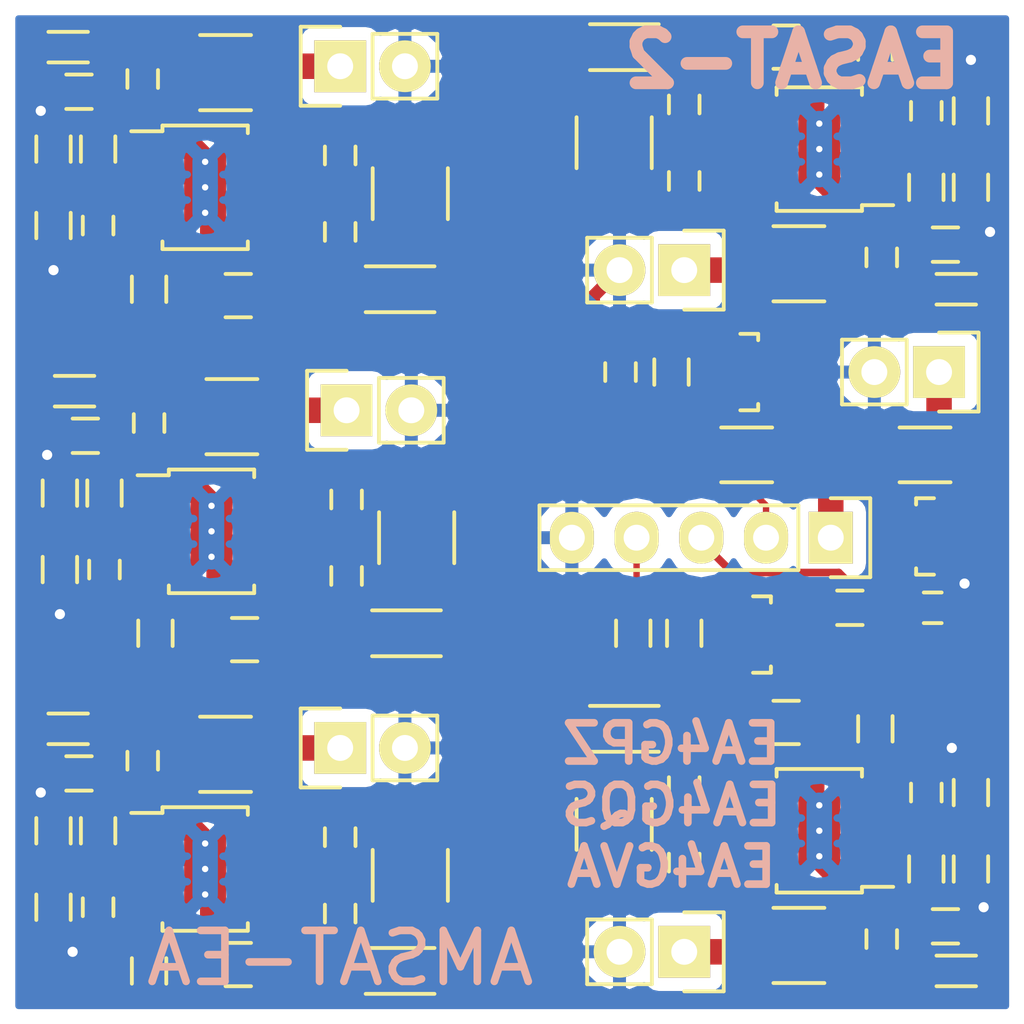
<source format=kicad_pcb>
(kicad_pcb (version 4) (host pcbnew no-vcs-found-product)
  (title_block (title EASAT-2) (date 2016-09-19) (rev A1) (company AMSAT-EA))
  (layers (0 F.Cu signal) (31 B.Cu signal) (34 B.Paste user) (35 F.Paste user) (36 B.SilkS user) (37 F.SilkS user) (38 B.Mask user) (39 F.Mask user) (44 Edge.Cuts user))
  (net 0 "")
  (net 1 PV1_IN)
  (net 2 GND)
  (net 3 PV2_IN)
  (net 4 PV3_IN)
  (net 5 "Net-(C4-Pad1)")
  (net 6 "Net-(C4-Pad2)")
  (net 7 "Net-(C5-Pad1)")
  (net 8 "Net-(C5-Pad2)")
  (net 9 "Net-(C6-Pad1)")
  (net 10 "Net-(C6-Pad2)")
  (net 11 "Net-(C7-Pad1)")
  (net 12 "Net-(C7-Pad2)")
  (net 13 "Net-(C8-Pad1)")
  (net 14 "Net-(C8-Pad2)")
  (net 15 "Net-(C9-Pad1)")
  (net 16 "Net-(C9-Pad2)")
  (net 17 "Net-(C10-Pad1)")
  (net 18 "Net-(C11-Pad1)")
  (net 19 "Net-(C12-Pad1)")
  (net 20 "Net-(C13-Pad2)")
  (net 21 "Net-(C14-Pad2)")
  (net 22 "Net-(C15-Pad2)")
  (net 23 "Net-(C16-Pad2)")
  (net 24 "Net-(C17-Pad2)")
  (net 25 "Net-(C18-Pad2)")
  (net 26 PV4_IN)
  (net 27 PV5_IN)
  (net 28 "Net-(C21-Pad1)")
  (net 29 "Net-(C21-Pad2)")
  (net 30 "Net-(C22-Pad1)")
  (net 31 "Net-(C22-Pad2)")
  (net 32 "Net-(C23-Pad1)")
  (net 33 "Net-(C23-Pad2)")
  (net 34 "Net-(C24-Pad1)")
  (net 35 "Net-(C24-Pad2)")
  (net 36 "Net-(C25-Pad1)")
  (net 37 "Net-(C26-Pad1)")
  (net 38 I_SOLAR)
  (net 39 "Net-(C28-Pad2)")
  (net 40 "Net-(C29-Pad2)")
  (net 41 "Net-(C30-Pad2)")
  (net 42 "Net-(C31-Pad2)")
  (net 43 I_BATT)
  (net 44 "Net-(D1-Pad2)")
  (net 45 /MPPT/VR_Shdn)
  (net 46 "Net-(D2-Pad2)")
  (net 47 "Net-(D3-Pad2)")
  (net 48 /MPPT/solar)
  (net 49 "Net-(D7-Pad2)")
  (net 50 "Net-(D8-Pad2)")
  (net 51 "Net-(P1-Pad1)")
  (net 52 +BATT)
  (net 53 DISABLE_SOLAR)
  (net 54 "Net-(Q1-Pad2)")
  (net 55 "Net-(R1-Pad2)")
  (net 56 "Net-(R3-Pad2)")
  (net 57 "Net-(R5-Pad2)")
  (net 58 "Net-(R16-Pad2)")
  (net 59 "Net-(R18-Pad2)")
  (net 60 "Net-(U1-Pad9)")
  (net 61 "Net-(U2-Pad9)")
  (net 62 "Net-(U3-Pad9)")
  (net 63 "Net-(U4-Pad9)")
  (net 64 "Net-(U5-Pad9)")
  (module smini:SMini2-F4-B-B (layer F.Cu) (at 150.25 114 180)
    (fp_text reference D10 hide)
    (fp_text value DB2130200L)
    (pad 2 smd rect (at -0.9 0 180) (size 0.8 0.8) (layers F.Cu F.Paste F.Mask) (net 40 "Net-(C29-Pad2)"))
    (pad 1 smd rect (at 1 0 180) (size 2 1.1) (layers F.Cu F.Paste F.Mask) (net 48 /MPPT/solar))
  )
  (module Capacitors_SMD:C_0603 (layer F.Cu) (at 152.25 119.25 270)
    (fp_text reference C22 hide)
    (fp_text value 22n)
    (pad 1 smd rect (at -0.75 0 270) (size 0.8 0.75) (layers F.Cu F.Paste F.Mask) (net 30 "Net-(C22-Pad1)"))
    (pad 2 smd rect (at 0.75 0 270) (size 0.8 0.75) (layers F.Cu F.Paste F.Mask) (net 31 "Net-(C22-Pad2)"))
  )
  (module Capacitors_SMD:C_0603 (layer F.Cu) (at 152.25 116.25 270)
    (fp_text reference C24 hide)
    (fp_text value 22n)
    (pad 1 smd rect (at -0.75 0 270) (size 0.8 0.75) (layers F.Cu F.Paste F.Mask) (net 34 "Net-(C24-Pad1)"))
    (pad 2 smd rect (at 0.75 0 270) (size 0.8 0.75) (layers F.Cu F.Paste F.Mask) (net 35 "Net-(C24-Pad2)"))
  )
  (module Pin_Headers:Pin_Header_Straight_1x02 (layer F.Cu) (at 152.25 122.75 270)
    (fp_text reference P7 hide)
    (fp_text value CONN_01X02)
    (pad 1 thru_hole rect (at 0 0 270) (size 2.032 2.032) (drill 1.016) (layers *.Cu *.Mask F.SilkS) (net 27 PV5_IN))
    (pad 2 thru_hole oval (at 0 2.54 270) (size 2.032 2.032) (drill 1.016) (layers *.Cu *.Mask F.SilkS) (net 2 GND))
  )
  (module Capacitors_SMD:C_1210 (layer F.Cu) (at 149.5 117.75 90)
    (fp_text reference L5 hide)
    (fp_text value 10u)
    (pad 1 smd rect (at -1.5 0 90) (size 1 2.5) (layers F.Cu F.Paste F.Mask) (net 30 "Net-(C22-Pad1)"))
    (pad 2 smd rect (at 1.5 0 90) (size 1 2.5) (layers F.Cu F.Paste F.Mask) (net 35 "Net-(C24-Pad2)"))
  )
  (module Capacitors_SMD:C_0603 (layer F.Cu) (at 161.75 116.5 270)
    (fp_text reference C31 hide)
    (fp_text value 66/Ra)
    (pad 1 smd rect (at -0.75 0 270) (size 0.8 0.75) (layers F.Cu F.Paste F.Mask) (net 40 "Net-(C29-Pad2)"))
    (pad 2 smd rect (at 0.75 0 270) (size 0.8 0.75) (layers F.Cu F.Paste F.Mask) (net 42 "Net-(C31-Pad2)"))
  )
  (module Resistors_SMD:R_0603 (layer F.Cu) (at 161.75 119.5 90)
    (fp_text reference R18 hide)
    (fp_text value Rd)
    (pad 1 smd rect (at -0.75 0 90) (size 0.5 0.9) (layers F.Cu F.Paste F.Mask) (net 27 PV5_IN))
    (pad 2 smd rect (at 0.75 0 90) (size 0.5 0.9) (layers F.Cu F.Paste F.Mask) (net 59 "Net-(R18-Pad2)"))
  )
  (module Resistors_SMD:R_0603 (layer F.Cu) (at 163.5 116.5 90)
    (fp_text reference R29 hide)
    (fp_text value Rb)
    (pad 1 smd rect (at -0.75 0 90) (size 0.5 0.9) (layers F.Cu F.Paste F.Mask) (net 42 "Net-(C31-Pad2)"))
    (pad 2 smd rect (at 0.75 0 90) (size 0.5 0.9) (layers F.Cu F.Paste F.Mask) (net 2 GND))
  )
  (module Resistors_SMD:R_0603 (layer F.Cu) (at 163.5 119.5 270)
    (fp_text reference R19 hide)
    (fp_text value Rc)
    (pad 1 smd rect (at -0.75 0 270) (size 0.5 0.9) (layers F.Cu F.Paste F.Mask) (net 59 "Net-(R18-Pad2)"))
    (pad 2 smd rect (at 0.75 0 270) (size 0.5 0.9) (layers F.Cu F.Paste F.Mask) (net 2 GND))
  )
  (module Resistors_SMD:R_0603 (layer F.Cu) (at 159.75 114 270)
    (fp_text reference R28 hide)
    (fp_text value Ra)
    (pad 1 smd rect (at -0.75 0 270) (size 0.5 0.9) (layers F.Cu F.Paste F.Mask) (net 40 "Net-(C29-Pad2)"))
    (pad 2 smd rect (at 0.75 0 270) (size 0.5 0.9) (layers F.Cu F.Paste F.Mask) (net 42 "Net-(C31-Pad2)"))
  )
  (module Capacitors_SMD:C_0805 (layer F.Cu) (at 156.25 113.75 180)
    (fp_text reference C29 hide)
    (fp_text value 10u)
    (pad 1 smd rect (at -1 0 180) (size 1 1.25) (layers F.Cu F.Paste F.Mask) (net 2 GND))
    (pad 2 smd rect (at 1 0 180) (size 1 1.25) (layers F.Cu F.Paste F.Mask) (net 40 "Net-(C29-Pad2)"))
  )
  (module Capacitors_SMD:C_0603 (layer F.Cu) (at 160 122.25 270)
    (fp_text reference C26 hide)
    (fp_text value 2.2u)
    (pad 1 smd rect (at -0.75 0 270) (size 0.8 0.75) (layers F.Cu F.Paste F.Mask) (net 37 "Net-(C26-Pad1)"))
    (pad 2 smd rect (at 0.75 0 270) (size 0.8 0.75) (layers F.Cu F.Paste F.Mask) (net 2 GND))
  )
  (module Diodes_SMD:SOD-523 (layer F.Cu) (at 162.55 123.5)
    (fp_text reference D8 hide)
    (fp_text value DB2S31600L)
    (pad 2 smd rect (at -0.7 0) (size 0.6 0.7) (layers F.Cu F.Paste F.Mask) (net 50 "Net-(D8-Pad2)"))
    (pad 1 smd rect (at 0.7 0) (size 0.6 0.7) (layers F.Cu F.Paste F.Mask) (net 45 /MPPT/VR_Shdn))
  )
  (module Housings_SSOP:MSOP-16-1EP-VIA_3x4mm_Pitch0.5mm (layer F.Cu) (at 157.55 118 180)
    (fp_text reference U5 hide)
    (fp_text value LTC3129)
    (pad 1 smd rect (at -2.2 -1.75 180) (size 1.4 0.3) (layers F.Cu F.Paste F.Mask) (net 37 "Net-(C26-Pad1)"))
    (pad 2 smd rect (at -2.2 -1.25 180) (size 1.4 0.3) (layers F.Cu F.Paste F.Mask) (net 50 "Net-(D8-Pad2)"))
    (pad 3 smd rect (at -2.2 -0.75 180) (size 1.4 0.3) (layers F.Cu F.Paste F.Mask) (net 59 "Net-(R18-Pad2)"))
    (pad 4 smd rect (at -2.2 -0.25 180) (size 1.4 0.3) (layers F.Cu F.Paste F.Mask) (net 2 GND))
    (pad 5 smd rect (at -2.2 0.25 180) (size 1.4 0.3) (layers F.Cu F.Paste F.Mask) (net 42 "Net-(C31-Pad2)"))
    (pad 12 smd rect (at 2.2 0.25 180) (size 1.4 0.3) (layers F.Cu F.Paste F.Mask) (net 35 "Net-(C24-Pad2)"))
    (pad 13 smd rect (at 2.2 -0.25 180) (size 1.4 0.3) (layers F.Cu F.Paste F.Mask) (net 2 GND))
    (pad 14 smd rect (at 2.2 -0.75 180) (size 1.4 0.3) (layers F.Cu F.Paste F.Mask) (net 30 "Net-(C22-Pad1)"))
    (pad 15 smd rect (at 2.2 -1.25 180) (size 1.4 0.3) (layers F.Cu F.Paste F.Mask) (net 31 "Net-(C22-Pad2)"))
    (pad 16 smd rect (at 2.2 -1.75 180) (size 1.4 0.3) (layers F.Cu F.Paste F.Mask) (net 27 PV5_IN))
    (pad 6 smd rect (at -2.2 0.75 180) (size 1.4 0.3) (layers F.Cu F.Paste F.Mask))
    (pad 7 smd rect (at -2.2 1.25 180) (size 1.4 0.3) (layers F.Cu F.Paste F.Mask))
    (pad 8 smd rect (at -2.2 1.75 180) (size 1.4 0.3) (layers F.Cu F.Paste F.Mask) (net 2 GND))
    (pad 11 smd rect (at 2.2 0.75 180) (size 1.4 0.3) (layers F.Cu F.Paste F.Mask) (net 34 "Net-(C24-Pad1)"))
    (pad 10 smd rect (at 2.2 1.25 180) (size 1.4 0.3) (layers F.Cu F.Paste F.Mask) (net 40 "Net-(C29-Pad2)"))
    (pad 9 smd rect (at 2.2 1.75 180) (size 1.4 0.3) (layers F.Cu F.Paste F.Mask) (net 64 "Net-(U5-Pad9)"))
    (pad 17 smd rect (at 0 0 180) (size 1.65 2.85) (layers F.Cu F.Paste F.Mask) (net 2 GND))
    (pad 17 thru_hole circle (at 0 0 180) (size 0.65 0.65) (drill 0.25) (layers *.Cu *.Paste *.Mask) (net 2 GND))
    (pad 17 thru_hole circle (at 0 1 180) (size 0.65 0.65) (drill 0.25) (layers *.Cu *.Paste *.Mask) (net 2 GND))
    (pad 17 thru_hole circle (at 0 -1 180) (size 0.65 0.65) (drill 0.25) (layers *.Cu *.Paste *.Mask) (net 2 GND))
  )
  (module Resistors_SMD:R_0603 (layer F.Cu) (at 162.5 121.75)
    (fp_text reference R21 hide)
    (fp_text value 100k)
    (pad 1 smd rect (at -0.75 0) (size 0.5 0.9) (layers F.Cu F.Paste F.Mask) (net 50 "Net-(D8-Pad2)"))
    (pad 2 smd rect (at 0.75 0) (size 0.5 0.9) (layers F.Cu F.Paste F.Mask) (net 27 PV5_IN))
  )
  (module Capacitors_SMD:C_1210 (layer F.Cu) (at 156.75 122.5)
    (fp_text reference C20 hide)
    (fp_text value 22u)
    (pad 1 smd rect (at -1.5 0) (size 1 2.5) (layers F.Cu F.Paste F.Mask) (net 27 PV5_IN))
    (pad 2 smd rect (at 1.5 0) (size 1 2.5) (layers F.Cu F.Paste F.Mask) (net 2 GND))
  )
  (module Capacitors_SMD:C_0603 (layer F.Cu) (at 152.25 92.5 270)
    (fp_text reference C21 hide)
    (fp_text value 22n)
    (pad 1 smd rect (at -0.75 0 270) (size 0.8 0.75) (layers F.Cu F.Paste F.Mask) (net 28 "Net-(C21-Pad1)"))
    (pad 2 smd rect (at 0.75 0 270) (size 0.8 0.75) (layers F.Cu F.Paste F.Mask) (net 29 "Net-(C21-Pad2)"))
  )
  (module Capacitors_SMD:C_0603 (layer F.Cu) (at 152.25 89.5 270)
    (fp_text reference C23 hide)
    (fp_text value 22n)
    (pad 1 smd rect (at -0.75 0 270) (size 0.8 0.75) (layers F.Cu F.Paste F.Mask) (net 32 "Net-(C23-Pad1)"))
    (pad 2 smd rect (at 0.75 0 270) (size 0.8 0.75) (layers F.Cu F.Paste F.Mask) (net 33 "Net-(C23-Pad2)"))
  )
  (module Capacitors_SMD:C_1210 (layer F.Cu) (at 149.5 91 90)
    (fp_text reference L4 hide)
    (fp_text value 10u)
    (pad 1 smd rect (at -1.5 0 90) (size 1 2.5) (layers F.Cu F.Paste F.Mask) (net 28 "Net-(C21-Pad1)"))
    (pad 2 smd rect (at 1.5 0 90) (size 1 2.5) (layers F.Cu F.Paste F.Mask) (net 33 "Net-(C23-Pad2)"))
  )
  (module Pin_Headers:Pin_Header_Straight_1x02 (layer F.Cu) (at 152.25 96 270)
    (fp_text reference P6 hide)
    (fp_text value CONN_01X02)
    (pad 1 thru_hole rect (at 0 0 270) (size 2.032 2.032) (drill 1.016) (layers *.Cu *.Mask F.SilkS) (net 26 PV4_IN))
    (pad 2 thru_hole oval (at 0 2.54 270) (size 2.032 2.032) (drill 1.016) (layers *.Cu *.Mask F.SilkS) (net 2 GND))
  )
  (module smini:SMini2-F4-B-B (layer F.Cu) (at 150.25 87.25 180)
    (fp_text reference D9 hide)
    (fp_text value DB2130200L)
    (pad 2 smd rect (at -0.9 0 180) (size 0.8 0.8) (layers F.Cu F.Paste F.Mask) (net 39 "Net-(C28-Pad2)"))
    (pad 1 smd rect (at 1 0 180) (size 2 1.1) (layers F.Cu F.Paste F.Mask) (net 48 /MPPT/solar))
  )
  (module Resistors_SMD:R_0603 (layer F.Cu) (at 162.5 95)
    (fp_text reference R20 hide)
    (fp_text value 100k)
    (pad 1 smd rect (at -0.75 0) (size 0.5 0.9) (layers F.Cu F.Paste F.Mask) (net 49 "Net-(D7-Pad2)"))
    (pad 2 smd rect (at 0.75 0) (size 0.5 0.9) (layers F.Cu F.Paste F.Mask) (net 26 PV4_IN))
  )
  (module Resistors_SMD:R_0603 (layer F.Cu) (at 161.75 92.75 90)
    (fp_text reference R16 hide)
    (fp_text value Rd)
    (pad 1 smd rect (at -0.75 0 90) (size 0.5 0.9) (layers F.Cu F.Paste F.Mask) (net 26 PV4_IN))
    (pad 2 smd rect (at 0.75 0 90) (size 0.5 0.9) (layers F.Cu F.Paste F.Mask) (net 58 "Net-(R16-Pad2)"))
  )
  (module Capacitors_SMD:C_0603 (layer F.Cu) (at 160 95.5 270)
    (fp_text reference C25 hide)
    (fp_text value 2.2u)
    (pad 1 smd rect (at -0.75 0 270) (size 0.8 0.75) (layers F.Cu F.Paste F.Mask) (net 36 "Net-(C25-Pad1)"))
    (pad 2 smd rect (at 0.75 0 270) (size 0.8 0.75) (layers F.Cu F.Paste F.Mask) (net 2 GND))
  )
  (module Resistors_SMD:R_0603 (layer F.Cu) (at 163.5 92.75 270)
    (fp_text reference R17 hide)
    (fp_text value Rc)
    (pad 1 smd rect (at -0.75 0 270) (size 0.5 0.9) (layers F.Cu F.Paste F.Mask) (net 58 "Net-(R16-Pad2)"))
    (pad 2 smd rect (at 0.75 0 270) (size 0.5 0.9) (layers F.Cu F.Paste F.Mask) (net 2 GND))
  )
  (module Diodes_SMD:SOD-523 (layer F.Cu) (at 162.55 96.75)
    (fp_text reference D7 hide)
    (fp_text value DB2S31600L)
    (pad 2 smd rect (at -0.7 0) (size 0.6 0.7) (layers F.Cu F.Paste F.Mask) (net 49 "Net-(D7-Pad2)"))
    (pad 1 smd rect (at 0.7 0) (size 0.6 0.7) (layers F.Cu F.Paste F.Mask) (net 45 /MPPT/VR_Shdn))
  )
  (module Resistors_SMD:R_0603 (layer F.Cu) (at 159.75 87.25 270)
    (fp_text reference R26 hide)
    (fp_text value Ra)
    (pad 1 smd rect (at -0.75 0 270) (size 0.5 0.9) (layers F.Cu F.Paste F.Mask) (net 39 "Net-(C28-Pad2)"))
    (pad 2 smd rect (at 0.75 0 270) (size 0.5 0.9) (layers F.Cu F.Paste F.Mask) (net 41 "Net-(C30-Pad2)"))
  )
  (module Capacitors_SMD:C_1210 (layer F.Cu) (at 156.75 95.75)
    (fp_text reference C19 hide)
    (fp_text value 22u)
    (pad 1 smd rect (at -1.5 0) (size 1 2.5) (layers F.Cu F.Paste F.Mask) (net 26 PV4_IN))
    (pad 2 smd rect (at 1.5 0) (size 1 2.5) (layers F.Cu F.Paste F.Mask) (net 2 GND))
  )
  (module Capacitors_SMD:C_0603 (layer F.Cu) (at 161.75 89.75 270)
    (fp_text reference C30 hide)
    (fp_text value 66/Ra)
    (pad 1 smd rect (at -0.75 0 270) (size 0.8 0.75) (layers F.Cu F.Paste F.Mask) (net 39 "Net-(C28-Pad2)"))
    (pad 2 smd rect (at 0.75 0 270) (size 0.8 0.75) (layers F.Cu F.Paste F.Mask) (net 41 "Net-(C30-Pad2)"))
  )
  (module Housings_SSOP:MSOP-16-1EP-VIA_3x4mm_Pitch0.5mm (layer F.Cu) (at 157.55 91.25 180)
    (fp_text reference U4 hide)
    (fp_text value LTC3129)
    (pad 1 smd rect (at -2.2 -1.75 180) (size 1.4 0.3) (layers F.Cu F.Paste F.Mask) (net 36 "Net-(C25-Pad1)"))
    (pad 2 smd rect (at -2.2 -1.25 180) (size 1.4 0.3) (layers F.Cu F.Paste F.Mask) (net 49 "Net-(D7-Pad2)"))
    (pad 3 smd rect (at -2.2 -0.75 180) (size 1.4 0.3) (layers F.Cu F.Paste F.Mask) (net 58 "Net-(R16-Pad2)"))
    (pad 4 smd rect (at -2.2 -0.25 180) (size 1.4 0.3) (layers F.Cu F.Paste F.Mask) (net 2 GND))
    (pad 5 smd rect (at -2.2 0.25 180) (size 1.4 0.3) (layers F.Cu F.Paste F.Mask) (net 41 "Net-(C30-Pad2)"))
    (pad 12 smd rect (at 2.2 0.25 180) (size 1.4 0.3) (layers F.Cu F.Paste F.Mask) (net 33 "Net-(C23-Pad2)"))
    (pad 13 smd rect (at 2.2 -0.25 180) (size 1.4 0.3) (layers F.Cu F.Paste F.Mask) (net 2 GND))
    (pad 14 smd rect (at 2.2 -0.75 180) (size 1.4 0.3) (layers F.Cu F.Paste F.Mask) (net 28 "Net-(C21-Pad1)"))
    (pad 15 smd rect (at 2.2 -1.25 180) (size 1.4 0.3) (layers F.Cu F.Paste F.Mask) (net 29 "Net-(C21-Pad2)"))
    (pad 16 smd rect (at 2.2 -1.75 180) (size 1.4 0.3) (layers F.Cu F.Paste F.Mask) (net 26 PV4_IN))
    (pad 6 smd rect (at -2.2 0.75 180) (size 1.4 0.3) (layers F.Cu F.Paste F.Mask))
    (pad 7 smd rect (at -2.2 1.25 180) (size 1.4 0.3) (layers F.Cu F.Paste F.Mask))
    (pad 8 smd rect (at -2.2 1.75 180) (size 1.4 0.3) (layers F.Cu F.Paste F.Mask) (net 2 GND))
    (pad 11 smd rect (at 2.2 0.75 180) (size 1.4 0.3) (layers F.Cu F.Paste F.Mask) (net 32 "Net-(C23-Pad1)"))
    (pad 10 smd rect (at 2.2 1.25 180) (size 1.4 0.3) (layers F.Cu F.Paste F.Mask) (net 39 "Net-(C28-Pad2)"))
    (pad 9 smd rect (at 2.2 1.75 180) (size 1.4 0.3) (layers F.Cu F.Paste F.Mask) (net 63 "Net-(U4-Pad9)"))
    (pad 17 smd rect (at 0 0 180) (size 1.65 2.85) (layers F.Cu F.Paste F.Mask) (net 2 GND))
    (pad 17 thru_hole circle (at 0 0 180) (size 0.65 0.65) (drill 0.25) (layers *.Cu *.Paste *.Mask) (net 2 GND))
    (pad 17 thru_hole circle (at 0 1 180) (size 0.65 0.65) (drill 0.25) (layers *.Cu *.Paste *.Mask) (net 2 GND))
    (pad 17 thru_hole circle (at 0 -1 180) (size 0.65 0.65) (drill 0.25) (layers *.Cu *.Paste *.Mask) (net 2 GND))
  )
  (module Capacitors_SMD:C_0805 (layer F.Cu) (at 156.25 87.25 180)
    (fp_text reference C28 hide)
    (fp_text value 10u)
    (pad 1 smd rect (at -1 0 180) (size 1 1.25) (layers F.Cu F.Paste F.Mask) (net 2 GND))
    (pad 2 smd rect (at 1 0 180) (size 1 1.25) (layers F.Cu F.Paste F.Mask) (net 39 "Net-(C28-Pad2)"))
  )
  (module Resistors_SMD:R_0603 (layer F.Cu) (at 163.5 89.75 90)
    (fp_text reference R27 hide)
    (fp_text value Rb)
    (pad 1 smd rect (at -0.75 0 90) (size 0.5 0.9) (layers F.Cu F.Paste F.Mask) (net 41 "Net-(C30-Pad2)"))
    (pad 2 smd rect (at 0.75 0 90) (size 0.5 0.9) (layers F.Cu F.Paste F.Mask) (net 2 GND))
  )
  (module Capacitors_SMD:C_1210 (layer F.Cu) (at 141.5 119.75 270)
    (fp_text reference L3 hide)
    (fp_text value 10u)
    (pad 1 smd rect (at -1.5 0 270) (size 1 2.5) (layers F.Cu F.Paste F.Mask) (net 9 "Net-(C6-Pad1)"))
    (pad 2 smd rect (at 1.5 0 270) (size 1 2.5) (layers F.Cu F.Paste F.Mask) (net 16 "Net-(C9-Pad2)"))
  )
  (module smini:SMini2-F4-B-B (layer F.Cu) (at 140.75 123.5)
    (fp_text reference D6 hide)
    (fp_text value DB2130200L)
    (pad 2 smd rect (at -0.9 0) (size 0.8 0.8) (layers F.Cu F.Paste F.Mask) (net 22 "Net-(C15-Pad2)"))
    (pad 1 smd rect (at 1 0) (size 2 1.1) (layers F.Cu F.Paste F.Mask) (net 48 /MPPT/solar))
  )
  (module Pin_Headers:Pin_Header_Straight_1x02 (layer F.Cu) (at 138.75 114.75 90)
    (fp_text reference P5 hide)
    (fp_text value CONN_01X02)
    (pad 1 thru_hole rect (at 0 0 90) (size 2.032 2.032) (drill 1.016) (layers *.Cu *.Mask F.SilkS) (net 4 PV3_IN))
    (pad 2 thru_hole oval (at 0 2.54 90) (size 2.032 2.032) (drill 1.016) (layers *.Cu *.Mask F.SilkS) (net 2 GND))
  )
  (module Capacitors_SMD:C_0603 (layer F.Cu) (at 138.75 121.25 90)
    (fp_text reference C9 hide)
    (fp_text value 22n)
    (pad 1 smd rect (at -0.75 0 90) (size 0.8 0.75) (layers F.Cu F.Paste F.Mask) (net 15 "Net-(C9-Pad1)"))
    (pad 2 smd rect (at 0.75 0 90) (size 0.8 0.75) (layers F.Cu F.Paste F.Mask) (net 16 "Net-(C9-Pad2)"))
  )
  (module Capacitors_SMD:C_0603 (layer F.Cu) (at 138.75 118.25 90)
    (fp_text reference C6 hide)
    (fp_text value 22n)
    (pad 1 smd rect (at -0.75 0 90) (size 0.8 0.75) (layers F.Cu F.Paste F.Mask) (net 9 "Net-(C6-Pad1)"))
    (pad 2 smd rect (at 0.75 0 90) (size 0.8 0.75) (layers F.Cu F.Paste F.Mask) (net 10 "Net-(C6-Pad2)"))
  )
  (module Housings_SSOP:MSOP-16-1EP-VIA_3x4mm_Pitch0.5mm (layer F.Cu) (at 133.45 119.5)
    (fp_text reference U3 hide)
    (fp_text value LTC3129)
    (pad 1 smd rect (at -2.2 -1.75) (size 1.4 0.3) (layers F.Cu F.Paste F.Mask) (net 19 "Net-(C12-Pad1)"))
    (pad 2 smd rect (at -2.2 -1.25) (size 1.4 0.3) (layers F.Cu F.Paste F.Mask) (net 47 "Net-(D3-Pad2)"))
    (pad 3 smd rect (at -2.2 -0.75) (size 1.4 0.3) (layers F.Cu F.Paste F.Mask) (net 57 "Net-(R5-Pad2)"))
    (pad 4 smd rect (at -2.2 -0.25) (size 1.4 0.3) (layers F.Cu F.Paste F.Mask) (net 2 GND))
    (pad 5 smd rect (at -2.2 0.25) (size 1.4 0.3) (layers F.Cu F.Paste F.Mask) (net 25 "Net-(C18-Pad2)"))
    (pad 12 smd rect (at 2.2 0.25) (size 1.4 0.3) (layers F.Cu F.Paste F.Mask) (net 16 "Net-(C9-Pad2)"))
    (pad 13 smd rect (at 2.2 -0.25) (size 1.4 0.3) (layers F.Cu F.Paste F.Mask) (net 2 GND))
    (pad 14 smd rect (at 2.2 -0.75) (size 1.4 0.3) (layers F.Cu F.Paste F.Mask) (net 9 "Net-(C6-Pad1)"))
    (pad 15 smd rect (at 2.2 -1.25) (size 1.4 0.3) (layers F.Cu F.Paste F.Mask) (net 10 "Net-(C6-Pad2)"))
    (pad 16 smd rect (at 2.2 -1.75) (size 1.4 0.3) (layers F.Cu F.Paste F.Mask) (net 4 PV3_IN))
    (pad 6 smd rect (at -2.2 0.75) (size 1.4 0.3) (layers F.Cu F.Paste F.Mask))
    (pad 7 smd rect (at -2.2 1.25) (size 1.4 0.3) (layers F.Cu F.Paste F.Mask))
    (pad 8 smd rect (at -2.2 1.75) (size 1.4 0.3) (layers F.Cu F.Paste F.Mask) (net 2 GND))
    (pad 11 smd rect (at 2.2 0.75) (size 1.4 0.3) (layers F.Cu F.Paste F.Mask) (net 15 "Net-(C9-Pad1)"))
    (pad 10 smd rect (at 2.2 1.25) (size 1.4 0.3) (layers F.Cu F.Paste F.Mask) (net 22 "Net-(C15-Pad2)"))
    (pad 9 smd rect (at 2.2 1.75) (size 1.4 0.3) (layers F.Cu F.Paste F.Mask) (net 62 "Net-(U3-Pad9)"))
    (pad 17 smd rect (at 0 0) (size 1.65 2.85) (layers F.Cu F.Paste F.Mask) (net 2 GND))
    (pad 17 thru_hole circle (at 0 0) (size 0.65 0.65) (drill 0.25) (layers *.Cu *.Paste *.Mask) (net 2 GND))
    (pad 17 thru_hole circle (at 0 1) (size 0.65 0.65) (drill 0.25) (layers *.Cu *.Paste *.Mask) (net 2 GND))
    (pad 17 thru_hole circle (at 0 -1) (size 0.65 0.65) (drill 0.25) (layers *.Cu *.Paste *.Mask) (net 2 GND))
  )
  (module Capacitors_SMD:C_0805 (layer F.Cu) (at 134.75 123.25)
    (fp_text reference C15 hide)
    (fp_text value 10u)
    (pad 1 smd rect (at -1 0) (size 1 1.25) (layers F.Cu F.Paste F.Mask) (net 2 GND))
    (pad 2 smd rect (at 1 0) (size 1 1.25) (layers F.Cu F.Paste F.Mask) (net 22 "Net-(C15-Pad2)"))
  )
  (module Resistors_SMD:R_0603 (layer F.Cu) (at 127.5 121 270)
    (fp_text reference R15 hide)
    (fp_text value Rb)
    (pad 1 smd rect (at -0.75 0 270) (size 0.5 0.9) (layers F.Cu F.Paste F.Mask) (net 25 "Net-(C18-Pad2)"))
    (pad 2 smd rect (at 0.75 0 270) (size 0.5 0.9) (layers F.Cu F.Paste F.Mask) (net 2 GND))
  )
  (module Capacitors_SMD:C_0603 (layer F.Cu) (at 129.25 121 90)
    (fp_text reference C18 hide)
    (fp_text value 66/Ra)
    (pad 1 smd rect (at -0.75 0 90) (size 0.8 0.75) (layers F.Cu F.Paste F.Mask) (net 22 "Net-(C15-Pad2)"))
    (pad 2 smd rect (at 0.75 0 90) (size 0.8 0.75) (layers F.Cu F.Paste F.Mask) (net 25 "Net-(C18-Pad2)"))
  )
  (module Resistors_SMD:R_0603 (layer F.Cu) (at 131.25 123.5 90)
    (fp_text reference R14 hide)
    (fp_text value Ra)
    (pad 1 smd rect (at -0.75 0 90) (size 0.5 0.9) (layers F.Cu F.Paste F.Mask) (net 22 "Net-(C15-Pad2)"))
    (pad 2 smd rect (at 0.75 0 90) (size 0.5 0.9) (layers F.Cu F.Paste F.Mask) (net 25 "Net-(C18-Pad2)"))
  )
  (module Capacitors_SMD:C_1210 (layer F.Cu) (at 134.25 115 180)
    (fp_text reference C3 hide)
    (fp_text value 22u)
    (pad 1 smd rect (at -1.5 0 180) (size 1 2.5) (layers F.Cu F.Paste F.Mask) (net 4 PV3_IN))
    (pad 2 smd rect (at 1.5 0 180) (size 1 2.5) (layers F.Cu F.Paste F.Mask) (net 2 GND))
  )
  (module Resistors_SMD:R_0603 (layer F.Cu) (at 128.5 115.75 180)
    (fp_text reference R9 hide)
    (fp_text value 100k)
    (pad 1 smd rect (at -0.75 0 180) (size 0.5 0.9) (layers F.Cu F.Paste F.Mask) (net 47 "Net-(D3-Pad2)"))
    (pad 2 smd rect (at 0.75 0 180) (size 0.5 0.9) (layers F.Cu F.Paste F.Mask) (net 4 PV3_IN))
  )
  (module Capacitors_SMD:C_0603 (layer F.Cu) (at 131 115.25 90)
    (fp_text reference C12 hide)
    (fp_text value 2.2u)
    (pad 1 smd rect (at -0.75 0 90) (size 0.8 0.75) (layers F.Cu F.Paste F.Mask) (net 19 "Net-(C12-Pad1)"))
    (pad 2 smd rect (at 0.75 0 90) (size 0.8 0.75) (layers F.Cu F.Paste F.Mask) (net 2 GND))
  )
  (module Resistors_SMD:R_0603 (layer F.Cu) (at 127.5 118 90)
    (fp_text reference R6 hide)
    (fp_text value Rc)
    (pad 1 smd rect (at -0.75 0 90) (size 0.5 0.9) (layers F.Cu F.Paste F.Mask) (net 57 "Net-(R5-Pad2)"))
    (pad 2 smd rect (at 0.75 0 90) (size 0.5 0.9) (layers F.Cu F.Paste F.Mask) (net 2 GND))
  )
  (module Diodes_SMD:SOD-523 (layer F.Cu) (at 128.45 114 180)
    (fp_text reference D3 hide)
    (fp_text value DB2S31600L)
    (pad 2 smd rect (at -0.7 0 180) (size 0.6 0.7) (layers F.Cu F.Paste F.Mask) (net 47 "Net-(D3-Pad2)"))
    (pad 1 smd rect (at 0.7 0 180) (size 0.6 0.7) (layers F.Cu F.Paste F.Mask) (net 45 /MPPT/VR_Shdn))
  )
  (module Resistors_SMD:R_0603 (layer F.Cu) (at 129.25 118 270)
    (fp_text reference R5 hide)
    (fp_text value Rd)
    (pad 1 smd rect (at -0.75 0 270) (size 0.5 0.9) (layers F.Cu F.Paste F.Mask) (net 4 PV3_IN))
    (pad 2 smd rect (at 0.75 0 270) (size 0.5 0.9) (layers F.Cu F.Paste F.Mask) (net 57 "Net-(R5-Pad2)"))
  )
  (module Capacitors_SMD:C_1210 (layer F.Cu) (at 141.75 106.5 270)
    (fp_text reference L2 hide)
    (fp_text value 10u)
    (pad 1 smd rect (at -1.5 0 270) (size 1 2.5) (layers F.Cu F.Paste F.Mask) (net 7 "Net-(C5-Pad1)"))
    (pad 2 smd rect (at 1.5 0 270) (size 1 2.5) (layers F.Cu F.Paste F.Mask) (net 14 "Net-(C8-Pad2)"))
  )
  (module smini:SMini2-F4-B-B (layer F.Cu) (at 141 110.25)
    (fp_text reference D5 hide)
    (fp_text value DB2130200L)
    (pad 2 smd rect (at -0.9 0) (size 0.8 0.8) (layers F.Cu F.Paste F.Mask) (net 21 "Net-(C14-Pad2)"))
    (pad 1 smd rect (at 1 0) (size 2 1.1) (layers F.Cu F.Paste F.Mask) (net 48 /MPPT/solar))
  )
  (module Pin_Headers:Pin_Header_Straight_1x02 (layer F.Cu) (at 139 101.5 90)
    (fp_text reference P4 hide)
    (fp_text value CONN_01X02)
    (pad 1 thru_hole rect (at 0 0 90) (size 2.032 2.032) (drill 1.016) (layers *.Cu *.Mask F.SilkS) (net 3 PV2_IN))
    (pad 2 thru_hole oval (at 0 2.54 90) (size 2.032 2.032) (drill 1.016) (layers *.Cu *.Mask F.SilkS) (net 2 GND))
  )
  (module Capacitors_SMD:C_0603 (layer F.Cu) (at 139 108 90)
    (fp_text reference C8 hide)
    (fp_text value 22n)
    (pad 1 smd rect (at -0.75 0 90) (size 0.8 0.75) (layers F.Cu F.Paste F.Mask) (net 13 "Net-(C8-Pad1)"))
    (pad 2 smd rect (at 0.75 0 90) (size 0.8 0.75) (layers F.Cu F.Paste F.Mask) (net 14 "Net-(C8-Pad2)"))
  )
  (module Capacitors_SMD:C_0603 (layer F.Cu) (at 139 105 90)
    (fp_text reference C5 hide)
    (fp_text value 22n)
    (pad 1 smd rect (at -0.75 0 90) (size 0.8 0.75) (layers F.Cu F.Paste F.Mask) (net 7 "Net-(C5-Pad1)"))
    (pad 2 smd rect (at 0.75 0 90) (size 0.8 0.75) (layers F.Cu F.Paste F.Mask) (net 8 "Net-(C5-Pad2)"))
  )
  (module Housings_SSOP:MSOP-16-1EP-VIA_3x4mm_Pitch0.5mm (layer F.Cu) (at 133.7 106.25)
    (fp_text reference U2 hide)
    (fp_text value LTC3129)
    (pad 1 smd rect (at -2.2 -1.75) (size 1.4 0.3) (layers F.Cu F.Paste F.Mask) (net 18 "Net-(C11-Pad1)"))
    (pad 2 smd rect (at -2.2 -1.25) (size 1.4 0.3) (layers F.Cu F.Paste F.Mask) (net 46 "Net-(D2-Pad2)"))
    (pad 3 smd rect (at -2.2 -0.75) (size 1.4 0.3) (layers F.Cu F.Paste F.Mask) (net 56 "Net-(R3-Pad2)"))
    (pad 4 smd rect (at -2.2 -0.25) (size 1.4 0.3) (layers F.Cu F.Paste F.Mask) (net 2 GND))
    (pad 5 smd rect (at -2.2 0.25) (size 1.4 0.3) (layers F.Cu F.Paste F.Mask) (net 24 "Net-(C17-Pad2)"))
    (pad 12 smd rect (at 2.2 0.25) (size 1.4 0.3) (layers F.Cu F.Paste F.Mask) (net 14 "Net-(C8-Pad2)"))
    (pad 13 smd rect (at 2.2 -0.25) (size 1.4 0.3) (layers F.Cu F.Paste F.Mask) (net 2 GND))
    (pad 14 smd rect (at 2.2 -0.75) (size 1.4 0.3) (layers F.Cu F.Paste F.Mask) (net 7 "Net-(C5-Pad1)"))
    (pad 15 smd rect (at 2.2 -1.25) (size 1.4 0.3) (layers F.Cu F.Paste F.Mask) (net 8 "Net-(C5-Pad2)"))
    (pad 16 smd rect (at 2.2 -1.75) (size 1.4 0.3) (layers F.Cu F.Paste F.Mask) (net 3 PV2_IN))
    (pad 6 smd rect (at -2.2 0.75) (size 1.4 0.3) (layers F.Cu F.Paste F.Mask))
    (pad 7 smd rect (at -2.2 1.25) (size 1.4 0.3) (layers F.Cu F.Paste F.Mask))
    (pad 8 smd rect (at -2.2 1.75) (size 1.4 0.3) (layers F.Cu F.Paste F.Mask) (net 2 GND))
    (pad 11 smd rect (at 2.2 0.75) (size 1.4 0.3) (layers F.Cu F.Paste F.Mask) (net 13 "Net-(C8-Pad1)"))
    (pad 10 smd rect (at 2.2 1.25) (size 1.4 0.3) (layers F.Cu F.Paste F.Mask) (net 21 "Net-(C14-Pad2)"))
    (pad 9 smd rect (at 2.2 1.75) (size 1.4 0.3) (layers F.Cu F.Paste F.Mask) (net 61 "Net-(U2-Pad9)"))
    (pad 17 smd rect (at 0 0) (size 1.65 2.85) (layers F.Cu F.Paste F.Mask) (net 2 GND))
    (pad 17 thru_hole circle (at 0 0) (size 0.65 0.65) (drill 0.25) (layers *.Cu *.Paste *.Mask) (net 2 GND))
    (pad 17 thru_hole circle (at 0 1) (size 0.65 0.65) (drill 0.25) (layers *.Cu *.Paste *.Mask) (net 2 GND))
    (pad 17 thru_hole circle (at 0 -1) (size 0.65 0.65) (drill 0.25) (layers *.Cu *.Paste *.Mask) (net 2 GND))
  )
  (module Capacitors_SMD:C_0805 (layer F.Cu) (at 135 110.5)
    (fp_text reference C14 hide)
    (fp_text value 10u)
    (pad 1 smd rect (at -1 0) (size 1 1.25) (layers F.Cu F.Paste F.Mask) (net 2 GND))
    (pad 2 smd rect (at 1 0) (size 1 1.25) (layers F.Cu F.Paste F.Mask) (net 21 "Net-(C14-Pad2)"))
  )
  (module Resistors_SMD:R_0603 (layer F.Cu) (at 127.75 107.75 270)
    (fp_text reference R13 hide)
    (fp_text value Rb)
    (pad 1 smd rect (at -0.75 0 270) (size 0.5 0.9) (layers F.Cu F.Paste F.Mask) (net 24 "Net-(C17-Pad2)"))
    (pad 2 smd rect (at 0.75 0 270) (size 0.5 0.9) (layers F.Cu F.Paste F.Mask) (net 2 GND))
  )
  (module Capacitors_SMD:C_0603 (layer F.Cu) (at 129.5 107.75 90)
    (fp_text reference C17 hide)
    (fp_text value 66/Ra)
    (pad 1 smd rect (at -0.75 0 90) (size 0.8 0.75) (layers F.Cu F.Paste F.Mask) (net 21 "Net-(C14-Pad2)"))
    (pad 2 smd rect (at 0.75 0 90) (size 0.8 0.75) (layers F.Cu F.Paste F.Mask) (net 24 "Net-(C17-Pad2)"))
  )
  (module Resistors_SMD:R_0603 (layer F.Cu) (at 131.5 110.25 90)
    (fp_text reference R12 hide)
    (fp_text value Ra)
    (pad 1 smd rect (at -0.75 0 90) (size 0.5 0.9) (layers F.Cu F.Paste F.Mask) (net 21 "Net-(C14-Pad2)"))
    (pad 2 smd rect (at 0.75 0 90) (size 0.5 0.9) (layers F.Cu F.Paste F.Mask) (net 24 "Net-(C17-Pad2)"))
  )
  (module Capacitors_SMD:C_1210 (layer F.Cu) (at 134.5 101.75 180)
    (fp_text reference C2 hide)
    (fp_text value 22u)
    (pad 1 smd rect (at -1.5 0 180) (size 1 2.5) (layers F.Cu F.Paste F.Mask) (net 3 PV2_IN))
    (pad 2 smd rect (at 1.5 0 180) (size 1 2.5) (layers F.Cu F.Paste F.Mask) (net 2 GND))
  )
  (module Resistors_SMD:R_0603 (layer F.Cu) (at 128.75 102.5 180)
    (fp_text reference R8 hide)
    (fp_text value 100k)
    (pad 1 smd rect (at -0.75 0 180) (size 0.5 0.9) (layers F.Cu F.Paste F.Mask) (net 46 "Net-(D2-Pad2)"))
    (pad 2 smd rect (at 0.75 0 180) (size 0.5 0.9) (layers F.Cu F.Paste F.Mask) (net 3 PV2_IN))
  )
  (module Capacitors_SMD:C_0603 (layer F.Cu) (at 131.25 102 90)
    (fp_text reference C11 hide)
    (fp_text value 2.2u)
    (pad 1 smd rect (at -0.75 0 90) (size 0.8 0.75) (layers F.Cu F.Paste F.Mask) (net 18 "Net-(C11-Pad1)"))
    (pad 2 smd rect (at 0.75 0 90) (size 0.8 0.75) (layers F.Cu F.Paste F.Mask) (net 2 GND))
  )
  (module Resistors_SMD:R_0603 (layer F.Cu) (at 127.75 104.75 90)
    (fp_text reference R4 hide)
    (fp_text value Rc)
    (pad 1 smd rect (at -0.75 0 90) (size 0.5 0.9) (layers F.Cu F.Paste F.Mask) (net 56 "Net-(R3-Pad2)"))
    (pad 2 smd rect (at 0.75 0 90) (size 0.5 0.9) (layers F.Cu F.Paste F.Mask) (net 2 GND))
  )
  (module Diodes_SMD:SOD-523 (layer F.Cu) (at 128.7 100.75 180)
    (fp_text reference D2 hide)
    (fp_text value DB2S31600L)
    (pad 2 smd rect (at -0.7 0 180) (size 0.6 0.7) (layers F.Cu F.Paste F.Mask) (net 46 "Net-(D2-Pad2)"))
    (pad 1 smd rect (at 0.7 0 180) (size 0.6 0.7) (layers F.Cu F.Paste F.Mask) (net 45 /MPPT/VR_Shdn))
  )
  (module Resistors_SMD:R_0603 (layer F.Cu) (at 129.5 104.75 270)
    (fp_text reference R3 hide)
    (fp_text value Rd)
    (pad 1 smd rect (at -0.75 0 270) (size 0.5 0.9) (layers F.Cu F.Paste F.Mask) (net 3 PV2_IN))
    (pad 2 smd rect (at 0.75 0 270) (size 0.5 0.9) (layers F.Cu F.Paste F.Mask) (net 56 "Net-(R3-Pad2)"))
  )
  (module Housings_SSOP:MSOP-16-1EP-VIA_3x4mm_Pitch0.5mm (layer F.Cu) (at 133.45 92.75)
    (fp_text reference U1 hide)
    (fp_text value LTC3129)
    (pad 1 smd rect (at -2.2 -1.75) (size 1.4 0.3) (layers F.Cu F.Paste F.Mask) (net 17 "Net-(C10-Pad1)"))
    (pad 2 smd rect (at -2.2 -1.25) (size 1.4 0.3) (layers F.Cu F.Paste F.Mask) (net 44 "Net-(D1-Pad2)"))
    (pad 3 smd rect (at -2.2 -0.75) (size 1.4 0.3) (layers F.Cu F.Paste F.Mask) (net 55 "Net-(R1-Pad2)"))
    (pad 4 smd rect (at -2.2 -0.25) (size 1.4 0.3) (layers F.Cu F.Paste F.Mask) (net 2 GND))
    (pad 5 smd rect (at -2.2 0.25) (size 1.4 0.3) (layers F.Cu F.Paste F.Mask) (net 23 "Net-(C16-Pad2)"))
    (pad 12 smd rect (at 2.2 0.25) (size 1.4 0.3) (layers F.Cu F.Paste F.Mask) (net 12 "Net-(C7-Pad2)"))
    (pad 13 smd rect (at 2.2 -0.25) (size 1.4 0.3) (layers F.Cu F.Paste F.Mask) (net 2 GND))
    (pad 14 smd rect (at 2.2 -0.75) (size 1.4 0.3) (layers F.Cu F.Paste F.Mask) (net 5 "Net-(C4-Pad1)"))
    (pad 15 smd rect (at 2.2 -1.25) (size 1.4 0.3) (layers F.Cu F.Paste F.Mask) (net 6 "Net-(C4-Pad2)"))
    (pad 16 smd rect (at 2.2 -1.75) (size 1.4 0.3) (layers F.Cu F.Paste F.Mask) (net 1 PV1_IN))
    (pad 6 smd rect (at -2.2 0.75) (size 1.4 0.3) (layers F.Cu F.Paste F.Mask))
    (pad 7 smd rect (at -2.2 1.25) (size 1.4 0.3) (layers F.Cu F.Paste F.Mask))
    (pad 8 smd rect (at -2.2 1.75) (size 1.4 0.3) (layers F.Cu F.Paste F.Mask) (net 2 GND))
    (pad 11 smd rect (at 2.2 0.75) (size 1.4 0.3) (layers F.Cu F.Paste F.Mask) (net 11 "Net-(C7-Pad1)"))
    (pad 10 smd rect (at 2.2 1.25) (size 1.4 0.3) (layers F.Cu F.Paste F.Mask) (net 20 "Net-(C13-Pad2)"))
    (pad 9 smd rect (at 2.2 1.75) (size 1.4 0.3) (layers F.Cu F.Paste F.Mask) (net 60 "Net-(U1-Pad9)"))
    (pad 17 smd rect (at 0 0) (size 1.65 2.85) (layers F.Cu F.Paste F.Mask) (net 2 GND))
    (pad 17 thru_hole circle (at 0 0) (size 0.65 0.65) (drill 0.25) (layers *.Cu *.Paste *.Mask) (net 2 GND))
    (pad 17 thru_hole circle (at 0 1) (size 0.65 0.65) (drill 0.25) (layers *.Cu *.Paste *.Mask) (net 2 GND))
    (pad 17 thru_hole circle (at 0 -1) (size 0.65 0.65) (drill 0.25) (layers *.Cu *.Paste *.Mask) (net 2 GND))
  )
  (module TO_SOT_Packages_SMD:SOT-23 (layer F.Cu) (at 154.50178 100 270)
    (fp_text reference U6 hide)
    (fp_text value ZXCT1009)
    (pad 1 smd rect (at -0.95 1.00076 270) (size 0.8001 0.8001) (layers F.Cu F.Paste F.Mask) (net 38 I_SOLAR))
    (pad 2 smd rect (at 0.95 1.00076 270) (size 0.8001 0.8001) (layers F.Cu F.Paste F.Mask) (net 48 /MPPT/solar))
    (pad 3 smd rect (at 0 -0.99822 270) (size 0.8001 0.8001) (layers F.Cu F.Paste F.Mask) (net 52 +BATT))
  )
  (module Resistors_SMD:R_1206 (layer F.Cu) (at 161.7 103.25 180)
    (fp_text reference R30 hide)
    (fp_text value 0.4)
    (pad 1 smd rect (at -1.45 0 180) (size 0.9 1.7) (layers F.Cu F.Paste F.Mask) (net 51 "Net-(P1-Pad1)"))
    (pad 2 smd rect (at 1.45 0 180) (size 0.9 1.7) (layers F.Cu F.Paste F.Mask) (net 52 +BATT))
  )
  (module Capacitors_SMD:C_0805 (layer F.Cu) (at 134.75 97)
    (fp_text reference C13 hide)
    (fp_text value 10u)
    (pad 1 smd rect (at -1 0) (size 1 1.25) (layers F.Cu F.Paste F.Mask) (net 2 GND))
    (pad 2 smd rect (at 1 0) (size 1 1.25) (layers F.Cu F.Paste F.Mask) (net 20 "Net-(C13-Pad2)"))
  )
  (module Capacitors_SMD:C_1210 (layer F.Cu) (at 134.25 88.25 180)
    (fp_text reference C1 hide)
    (fp_text value 22u)
    (pad 1 smd rect (at -1.5 0 180) (size 1 2.5) (layers F.Cu F.Paste F.Mask) (net 1 PV1_IN))
    (pad 2 smd rect (at 1.5 0 180) (size 1 2.5) (layers F.Cu F.Paste F.Mask) (net 2 GND))
  )
  (module Capacitors_SMD:C_0603 (layer F.Cu) (at 138.75 91.5 90)
    (fp_text reference C4 hide)
    (fp_text value 22n)
    (pad 1 smd rect (at -0.75 0 90) (size 0.8 0.75) (layers F.Cu F.Paste F.Mask) (net 5 "Net-(C4-Pad1)"))
    (pad 2 smd rect (at 0.75 0 90) (size 0.8 0.75) (layers F.Cu F.Paste F.Mask) (net 6 "Net-(C4-Pad2)"))
  )
  (module Capacitors_SMD:C_0603 (layer F.Cu) (at 138.75 94.5 90)
    (fp_text reference C7 hide)
    (fp_text value 22n)
    (pad 1 smd rect (at -0.75 0 90) (size 0.8 0.75) (layers F.Cu F.Paste F.Mask) (net 11 "Net-(C7-Pad1)"))
    (pad 2 smd rect (at 0.75 0 90) (size 0.8 0.75) (layers F.Cu F.Paste F.Mask) (net 12 "Net-(C7-Pad2)"))
  )
  (module Capacitors_SMD:C_0603 (layer F.Cu) (at 131 88.5 90)
    (fp_text reference C10 hide)
    (fp_text value 2.2u)
    (pad 1 smd rect (at -0.75 0 90) (size 0.8 0.75) (layers F.Cu F.Paste F.Mask) (net 17 "Net-(C10-Pad1)"))
    (pad 2 smd rect (at 0.75 0 90) (size 0.8 0.75) (layers F.Cu F.Paste F.Mask) (net 2 GND))
  )
  (module Capacitors_SMD:C_0603 (layer F.Cu) (at 129.25 94.25 90)
    (fp_text reference C16 hide)
    (fp_text value 66/Ra)
    (pad 1 smd rect (at -0.75 0 90) (size 0.8 0.75) (layers F.Cu F.Paste F.Mask) (net 20 "Net-(C13-Pad2)"))
    (pad 2 smd rect (at 0.75 0 90) (size 0.8 0.75) (layers F.Cu F.Paste F.Mask) (net 23 "Net-(C16-Pad2)"))
  )
  (module Capacitors_SMD:C_0603 (layer F.Cu) (at 149.75 100 270)
    (fp_text reference C27 hide)
    (fp_text value 1u)
    (pad 1 smd rect (at -0.75 0 270) (size 0.8 0.75) (layers F.Cu F.Paste F.Mask) (net 38 I_SOLAR))
    (pad 2 smd rect (at 0.75 0 270) (size 0.8 0.75) (layers F.Cu F.Paste F.Mask) (net 2 GND))
  )
  (module Capacitors_SMD:C_0603 (layer F.Cu) (at 162 109.25)
    (fp_text reference C32 hide)
    (fp_text value 1u)
    (pad 1 smd rect (at -0.75 0) (size 0.8 0.75) (layers F.Cu F.Paste F.Mask) (net 43 I_BATT))
    (pad 2 smd rect (at 0.75 0) (size 0.8 0.75) (layers F.Cu F.Paste F.Mask) (net 2 GND))
  )
  (module Diodes_SMD:SOD-523 (layer F.Cu) (at 128.45 87.25 180)
    (fp_text reference D1 hide)
    (fp_text value DB2S31600L)
    (pad 2 smd rect (at -0.7 0 180) (size 0.6 0.7) (layers F.Cu F.Paste F.Mask) (net 44 "Net-(D1-Pad2)"))
    (pad 1 smd rect (at 0.7 0 180) (size 0.6 0.7) (layers F.Cu F.Paste F.Mask) (net 45 /MPPT/VR_Shdn))
  )
  (module smini:SMini2-F4-B-B (layer F.Cu) (at 140.75 96.75)
    (fp_text reference D4 hide)
    (fp_text value DB2130200L)
    (pad 2 smd rect (at -0.9 0) (size 0.8 0.8) (layers F.Cu F.Paste F.Mask) (net 20 "Net-(C13-Pad2)"))
    (pad 1 smd rect (at 1 0) (size 2 1.1) (layers F.Cu F.Paste F.Mask) (net 48 /MPPT/solar))
  )
  (module Capacitors_SMD:C_1210 (layer F.Cu) (at 141.5 93 270)
    (fp_text reference L1 hide)
    (fp_text value 10u)
    (pad 1 smd rect (at -1.5 0 270) (size 1 2.5) (layers F.Cu F.Paste F.Mask) (net 5 "Net-(C4-Pad1)"))
    (pad 2 smd rect (at 1.5 0 270) (size 1 2.5) (layers F.Cu F.Paste F.Mask) (net 12 "Net-(C7-Pad2)"))
  )
  (module Pin_Headers:Pin_Header_Straight_1x02 (layer F.Cu) (at 162.25 100 270)
    (fp_text reference P1 hide)
    (fp_text value CONN_01X02)
    (pad 1 thru_hole rect (at 0 0 270) (size 2.032 2.032) (drill 1.016) (layers *.Cu *.Mask F.SilkS) (net 51 "Net-(P1-Pad1)"))
    (pad 2 thru_hole oval (at 0 2.54 270) (size 2.032 2.032) (drill 1.016) (layers *.Cu *.Mask F.SilkS) (net 2 GND))
  )
  (module Pin_Headers:Pin_Header_Straight_1x05 (layer F.Cu) (at 158 106.5 270)
    (fp_text reference P2 hide)
    (fp_text value CONN_01X05)
    (pad 1 thru_hole rect (at 0 0 270) (size 2.032 1.7272) (drill 1.016) (layers *.Cu *.Mask F.SilkS) (net 52 +BATT))
    (pad 2 thru_hole oval (at 0 2.54 270) (size 2.032 1.7272) (drill 1.016) (layers *.Cu *.Mask F.SilkS) (net 38 I_SOLAR))
    (pad 3 thru_hole oval (at 0 5.08 270) (size 2.032 1.7272) (drill 1.016) (layers *.Cu *.Mask F.SilkS) (net 43 I_BATT))
    (pad 4 thru_hole oval (at 0 7.62 270) (size 2.032 1.7272) (drill 1.016) (layers *.Cu *.Mask F.SilkS) (net 53 DISABLE_SOLAR))
    (pad 5 thru_hole oval (at 0 10.16 270) (size 2.032 1.7272) (drill 1.016) (layers *.Cu *.Mask F.SilkS) (net 2 GND))
  )
  (module Pin_Headers:Pin_Header_Straight_1x02 (layer F.Cu) (at 138.75 88 90)
    (fp_text reference P3 hide)
    (fp_text value CONN_01X02)
    (pad 1 thru_hole rect (at 0 0 90) (size 2.032 2.032) (drill 1.016) (layers *.Cu *.Mask F.SilkS) (net 1 PV1_IN))
    (pad 2 thru_hole oval (at 0 2.54 90) (size 2.032 2.032) (drill 1.016) (layers *.Cu *.Mask F.SilkS) (net 2 GND))
  )
  (module TO_SOT_Packages_SMD:SOT-23 (layer F.Cu) (at 155.00076 110.3 270)
    (fp_text reference Q1 hide)
    (fp_text value FDV301N)
    (pad 1 smd rect (at -0.95 1.00076 270) (size 0.8001 0.8001) (layers F.Cu F.Paste F.Mask) (net 2 GND))
    (pad 2 smd rect (at 0.95 1.00076 270) (size 0.8001 0.8001) (layers F.Cu F.Paste F.Mask) (net 54 "Net-(Q1-Pad2)"))
    (pad 3 smd rect (at 0 -0.99822 270) (size 0.8001 0.8001) (layers F.Cu F.Paste F.Mask) (net 45 /MPPT/VR_Shdn))
  )
  (module Resistors_SMD:R_0603 (layer F.Cu) (at 129.25 91.25 270)
    (fp_text reference R1 hide)
    (fp_text value Rd)
    (pad 1 smd rect (at -0.75 0 270) (size 0.5 0.9) (layers F.Cu F.Paste F.Mask) (net 1 PV1_IN))
    (pad 2 smd rect (at 0.75 0 270) (size 0.5 0.9) (layers F.Cu F.Paste F.Mask) (net 55 "Net-(R1-Pad2)"))
  )
  (module Resistors_SMD:R_0603 (layer F.Cu) (at 127.5 91.25 90)
    (fp_text reference R2 hide)
    (fp_text value Rc)
    (pad 1 smd rect (at -0.75 0 90) (size 0.5 0.9) (layers F.Cu F.Paste F.Mask) (net 55 "Net-(R1-Pad2)"))
    (pad 2 smd rect (at 0.75 0 90) (size 0.5 0.9) (layers F.Cu F.Paste F.Mask) (net 2 GND))
  )
  (module Resistors_SMD:R_0603 (layer F.Cu) (at 128.5 89 180)
    (fp_text reference R7 hide)
    (fp_text value 100k)
    (pad 1 smd rect (at -0.75 0 180) (size 0.5 0.9) (layers F.Cu F.Paste F.Mask) (net 44 "Net-(D1-Pad2)"))
    (pad 2 smd rect (at 0.75 0 180) (size 0.5 0.9) (layers F.Cu F.Paste F.Mask) (net 1 PV1_IN))
  )
  (module Resistors_SMD:R_0603 (layer F.Cu) (at 131.25 96.75 90)
    (fp_text reference R10 hide)
    (fp_text value Ra)
    (pad 1 smd rect (at -0.75 0 90) (size 0.5 0.9) (layers F.Cu F.Paste F.Mask) (net 20 "Net-(C13-Pad2)"))
    (pad 2 smd rect (at 0.75 0 90) (size 0.5 0.9) (layers F.Cu F.Paste F.Mask) (net 23 "Net-(C16-Pad2)"))
  )
  (module Resistors_SMD:R_0603 (layer F.Cu) (at 127.5 94.25 270)
    (fp_text reference R11 hide)
    (fp_text value Rb)
    (pad 1 smd rect (at -0.75 0 270) (size 0.5 0.9) (layers F.Cu F.Paste F.Mask) (net 23 "Net-(C16-Pad2)"))
    (pad 2 smd rect (at 0.75 0 270) (size 0.5 0.9) (layers F.Cu F.Paste F.Mask) (net 2 GND))
  )
  (module Resistors_SMD:R_0603 (layer F.Cu) (at 152.25 110.25 90)
    (fp_text reference R22 hide)
    (fp_text value 100k)
    (pad 1 smd rect (at -0.75 0 90) (size 0.5 0.9) (layers F.Cu F.Paste F.Mask) (net 54 "Net-(Q1-Pad2)"))
    (pad 2 smd rect (at 0.75 0 90) (size 0.5 0.9) (layers F.Cu F.Paste F.Mask) (net 2 GND))
  )
  (module Resistors_SMD:R_0603 (layer F.Cu) (at 150.25 110.25 270)
    (fp_text reference R23 hide)
    (fp_text value 100)
    (pad 1 smd rect (at -0.75 0 270) (size 0.5 0.9) (layers F.Cu F.Paste F.Mask) (net 53 DISABLE_SOLAR))
    (pad 2 smd rect (at 0.75 0 270) (size 0.5 0.9) (layers F.Cu F.Paste F.Mask) (net 54 "Net-(Q1-Pad2)"))
  )
  (module Resistors_SMD:R_1206 (layer F.Cu) (at 154.7 103.25 180)
    (fp_text reference R24 hide)
    (fp_text value 0.4)
    (pad 1 smd rect (at -1.45 0 180) (size 0.9 1.7) (layers F.Cu F.Paste F.Mask) (net 52 +BATT))
    (pad 2 smd rect (at 1.45 0 180) (size 0.9 1.7) (layers F.Cu F.Paste F.Mask) (net 48 /MPPT/solar))
  )
  (module Resistors_SMD:R_0603 (layer F.Cu) (at 151.75 100 270)
    (fp_text reference R25 hide)
    (fp_text value 2k)
    (pad 1 smd rect (at -0.75 0 270) (size 0.5 0.9) (layers F.Cu F.Paste F.Mask) (net 38 I_SOLAR))
    (pad 2 smd rect (at 0.75 0 270) (size 0.5 0.9) (layers F.Cu F.Paste F.Mask) (net 2 GND))
  )
  (module Resistors_SMD:R_0603 (layer F.Cu) (at 158.75 109.25 180)
    (fp_text reference R31 hide)
    (fp_text value 2k)
    (pad 1 smd rect (at -0.75 0 180) (size 0.5 0.9) (layers F.Cu F.Paste F.Mask) (net 43 I_BATT))
    (pad 2 smd rect (at 0.75 0 180) (size 0.5 0.9) (layers F.Cu F.Paste F.Mask) (net 2 GND))
  )
  (module TO_SOT_Packages_SMD:SOT-23 (layer F.Cu) (at 161.99924 106.45 90)
    (fp_text reference U7 hide)
    (fp_text value ZXCT1009)
    (pad 1 smd rect (at -0.95 1.00076 90) (size 0.8001 0.8001) (layers F.Cu F.Paste F.Mask) (net 43 I_BATT))
    (pad 2 smd rect (at 0.95 1.00076 90) (size 0.8001 0.8001) (layers F.Cu F.Paste F.Mask) (net 51 "Net-(P1-Pad1)"))
    (pad 3 smd rect (at 0 -0.99822 90) (size 0.8001 0.8001) (layers F.Cu F.Paste F.Mask) (net 52 +BATT))
  )
  (gr_text AMSAT-EA (at 138.75 123) (layer B.SilkS) (effects (font (size 2 2) (thickness 0.3)) (justify mirror)))
  (gr_text "EA4GPZ\nEA4GQS\nEA4GVA" (at 151.75 117) (layer B.SilkS) (effects (font (size 1.5 1.5) (thickness 0.3)) (justify mirror)))
  (gr_text EASAT-2 (at 156.5 87.75) (layer B.SilkS) (effects (font (size 2 2) (thickness 0.5)) (justify mirror)))
  (segment (start 135.65 91) (end 135.65 90.6) (width 0.25) (layer F.Cu) (net 1))
  (segment (start 135.65 90.6) (end 135.70001 90.54999) (width 0.25) (layer F.Cu) (net 1))
  (segment (start 135.70001 90.54999) (end 135.75 90.54999) (width 0.25) (layer F.Cu) (net 1))
  (segment (start 138.75 88) (end 136 88) (width 1) (layer F.Cu) (net 1))
  (segment (start 136 88) (end 135.75 88.25) (width 1) (layer F.Cu) (net 1))
  (segment (start 127.75 89) (end 127.75 88.8) (width 0.25) (layer F.Cu) (net 1))
  (segment (start 127.75 88.8) (end 128.524999 88.025001) (width 0.25) (layer F.Cu) (net 1))
  (segment (start 128.524999 88.025001) (end 128.524999 86.639999) (width 0.25) (layer F.Cu) (net 1))
  (segment (start 128.524999 86.639999) (end 128.589999 86.574999) (width 0.25) (layer F.Cu) (net 1))
  (segment (start 128.589999 86.574999) (end 133.324999 86.574999) (width 0.25) (layer F.Cu) (net 1))
  (segment (start 133.324999 86.574999) (end 135 88.25) (width 0.25) (layer F.Cu) (net 1))
  (segment (start 135 88.25) (end 135.75 88.25) (width 0.25) (layer F.Cu) (net 1))
  (segment (start 129.25 90.5) (end 127.75 89) (width 0.25) (layer F.Cu) (net 1))
  (segment (start 135.75 88.25) (end 135.75 90.54999) (width 1) (layer F.Cu) (net 1))
  (segment (start 135.75 90.54999) (end 135.65 90.64999) (width 1) (layer F.Cu) (net 1))
  (segment (start 163.5 115.75) (end 163.5 115.5) (width 0.25) (layer F.Cu) (net 2))
  (segment (start 163.5 115.5) (end 162.75 114.75) (width 0.25) (layer F.Cu) (net 2))
  (via (at 162.75 114.75) (size 0.6) (drill 0.4) (layers F.Cu B.Cu) (net 2))
  (segment (start 127.5 121.75) (end 127.5 122) (width 0.25) (layer F.Cu) (net 2))
  (segment (start 127.5 122) (end 128.25 122.75) (width 0.25) (layer F.Cu) (net 2))
  (via (at 128.25 122.75) (size 0.6) (drill 0.4) (layers F.Cu B.Cu) (net 2))
  (segment (start 127.75 108.5) (end 127.75 109.5) (width 0.25) (layer F.Cu) (net 2))
  (via (at 127.75 109.5) (size 0.6) (drill 0.4) (layers F.Cu B.Cu) (net 2))
  (segment (start 127.5 95) (end 127.5 96) (width 0.25) (layer F.Cu) (net 2))
  (via (at 127.5 96) (size 0.6) (drill 0.4) (layers F.Cu B.Cu) (net 2))
  (segment (start 163.5 89) (end 163.5 87.75) (width 0.25) (layer F.Cu) (net 2))
  (via (at 163.5 87.75) (size 0.6) (drill 0.4) (layers F.Cu B.Cu) (net 2))
  (segment (start 163.5 89) (end 163.7 89) (width 0.25) (layer F.Cu) (net 2))
  (segment (start 163.7 93.5) (end 163.5 93.5) (width 0.25) (layer F.Cu) (net 2))
  (segment (start 163.5 93.5) (end 163.5 93.75) (width 0.25) (layer F.Cu) (net 2))
  (segment (start 163.5 93.75) (end 164.25 94.5) (width 0.25) (layer F.Cu) (net 2))
  (via (at 164.25 94.5) (size 0.6) (drill 0.4) (layers F.Cu B.Cu) (net 2))
  (segment (start 163.5 120.25) (end 163.5 120.5) (width 0.25) (layer F.Cu) (net 2))
  (segment (start 163.5 120.5) (end 164 121) (width 0.25) (layer F.Cu) (net 2))
  (via (at 164 121) (size 0.6) (drill 0.4) (layers F.Cu B.Cu) (net 2))
  (segment (start 127.5 117.25) (end 127.5 117) (width 0.25) (layer F.Cu) (net 2))
  (segment (start 127.5 117) (end 127 116.5) (width 0.25) (layer F.Cu) (net 2))
  (via (at 127 116.5) (size 0.6) (drill 0.4) (layers F.Cu B.Cu) (net 2))
  (segment (start 127.75 104) (end 127.75 103.75) (width 0.25) (layer F.Cu) (net 2))
  (segment (start 127.75 103.75) (end 127.25 103.25) (width 0.25) (layer F.Cu) (net 2))
  (via (at 127.25 103.25) (size 0.6) (drill 0.4) (layers F.Cu B.Cu) (net 2))
  (segment (start 127.5 90.5) (end 127.5 90.25) (width 0.25) (layer F.Cu) (net 2))
  (segment (start 127.5 90.25) (end 127 89.75) (width 0.25) (layer F.Cu) (net 2))
  (via (at 127 89.75) (size 0.6) (drill 0.4) (layers F.Cu B.Cu) (net 2))
  (segment (start 149.71 96) (end 148.694001 97.015999) (width 0.5) (layer F.Cu) (net 2))
  (segment (start 148.694001 97.015999) (end 148.694001 99.669001) (width 0.5) (layer F.Cu) (net 2))
  (segment (start 148.694001 99.669001) (end 149.775 100.75) (width 0.5) (layer F.Cu) (net 2))
  (segment (start 149.775 100.75) (end 150.8 100.75) (width 0.5) (layer F.Cu) (net 2))
  (segment (start 150.8 100.75) (end 151.75 100.75) (width 0.5) (layer F.Cu) (net 2))
  (segment (start 162.75 109.25) (end 162.75 108.800052) (width 0.25) (layer F.Cu) (net 2))
  (segment (start 162.75 108.800052) (end 163.25 108.300052) (width 0.25) (layer F.Cu) (net 2))
  (via (at 163.25 108.300052) (size 0.6) (drill 0.4) (layers F.Cu B.Cu) (net 2))
  (segment (start 154 109.35) (end 157.9 109.35) (width 0.5) (layer F.Cu) (net 2))
  (segment (start 157.9 109.35) (end 158 109.25) (width 0.5) (layer F.Cu) (net 2))
  (segment (start 152.25 109.5) (end 153.85 109.5) (width 0.5) (layer F.Cu) (net 2))
  (segment (start 153.85 109.5) (end 154 109.35) (width 0.5) (layer F.Cu) (net 2))
  (segment (start 147.84 106.5) (end 147.84 108.600002) (width 0.5) (layer F.Cu) (net 2))
  (segment (start 151.3 110.25) (end 152.05 109.5) (width 0.5) (layer F.Cu) (net 2))
  (segment (start 147.84 108.600002) (end 149.489998 110.25) (width 0.5) (layer F.Cu) (net 2))
  (segment (start 149.489998 110.25) (end 151.3 110.25) (width 0.5) (layer F.Cu) (net 2))
  (segment (start 152.05 109.5) (end 152.25 109.5) (width 0.5) (layer F.Cu) (net 2))
  (segment (start 157.55 90.25) (end 157.55 92.25) (width 1) (layer B.Cu) (net 2))
  (segment (start 157.55 117) (end 157.55 119) (width 1) (layer B.Cu) (net 2))
  (segment (start 133.45 118.5) (end 133.45 120.5) (width 1) (layer B.Cu) (net 2))
  (segment (start 133.7 105.25) (end 133.7 107.25) (width 1) (layer B.Cu) (net 2))
  (segment (start 133.45 92.75) (end 133.45 93.75) (width 1) (layer B.Cu) (net 2))
  (segment (start 133.45 91.75) (end 133.45 92.75) (width 1) (layer B.Cu) (net 2))
  (segment (start 157.25 89.5) (end 157.25 87.25) (width 1) (layer F.Cu) (net 2))
  (segment (start 133.75 120.8) (end 133.75 123.25) (width 1) (layer F.Cu) (net 2))
  (segment (start 131.25 119.25) (end 133.2 119.25) (width 0.25) (layer F.Cu) (net 2))
  (segment (start 133.2 119.25) (end 133.45 119.5) (width 0.25) (layer F.Cu) (net 2))
  (segment (start 131.5 106) (end 133.45 106) (width 0.25) (layer F.Cu) (net 2))
  (segment (start 133.45 106) (end 133.7 106.25) (width 0.25) (layer F.Cu) (net 2))
  (segment (start 159.75 91.5) (end 157.8 91.5) (width 0.25) (layer F.Cu) (net 2))
  (segment (start 157.8 91.5) (end 157.55 91.25) (width 0.25) (layer F.Cu) (net 2))
  (segment (start 159.75 118.25) (end 157.8 118.25) (width 0.25) (layer F.Cu) (net 2))
  (segment (start 157.8 118.25) (end 157.55 118) (width 0.25) (layer F.Cu) (net 2))
  (segment (start 157.25 116.7) (end 157.55 117) (width 1) (layer F.Cu) (net 2))
  (segment (start 157.25 113.75) (end 157.25 116.25) (width 1) (layer F.Cu) (net 2))
  (segment (start 157.25 116.25) (end 157.25 116.7) (width 1) (layer F.Cu) (net 2))
  (segment (start 158.7 116.25) (end 157.55 117.4) (width 0.25) (layer F.Cu) (net 2))
  (segment (start 157.3 118.25) (end 157.55 118) (width 0.25) (layer F.Cu) (net 2))
  (segment (start 157.55 117.4) (end 157.55 118) (width 0.25) (layer F.Cu) (net 2))
  (segment (start 159.75 116.25) (end 158.7 116.25) (width 0.25) (layer F.Cu) (net 2))
  (segment (start 155.35 118.25) (end 157.3 118.25) (width 0.25) (layer F.Cu) (net 2))
  (segment (start 158.25 119.7) (end 157.55 119) (width 1) (layer F.Cu) (net 2))
  (segment (start 158.25 122.5) (end 158.25 119.7) (width 1) (layer F.Cu) (net 2))
  (segment (start 158.75 123) (end 158.25 122.5) (width 0.3) (layer F.Cu) (net 2))
  (segment (start 160 123) (end 158.75 123) (width 0.3) (layer F.Cu) (net 2))
  (segment (start 158.25 95.75) (end 158.25 92.95) (width 1) (layer F.Cu) (net 2))
  (segment (start 158.25 92.95) (end 157.55 92.25) (width 1) (layer F.Cu) (net 2))
  (segment (start 158.75 96.25) (end 158.25 95.75) (width 0.3) (layer F.Cu) (net 2))
  (segment (start 160 96.25) (end 158.75 96.25) (width 0.3) (layer F.Cu) (net 2))
  (segment (start 157.55 90.65) (end 157.55 91.25) (width 0.25) (layer F.Cu) (net 2))
  (segment (start 157.3 91.5) (end 157.55 91.25) (width 0.25) (layer F.Cu) (net 2))
  (segment (start 157.25 89.95) (end 157.55 90.25) (width 1) (layer F.Cu) (net 2))
  (segment (start 157.25 89.5) (end 157.25 89.95) (width 1) (layer F.Cu) (net 2))
  (segment (start 159.75 89.5) (end 158.7 89.5) (width 0.25) (layer F.Cu) (net 2))
  (segment (start 158.7 89.5) (end 157.55 90.65) (width 0.25) (layer F.Cu) (net 2))
  (segment (start 155.35 91.5) (end 157.3 91.5) (width 0.25) (layer F.Cu) (net 2))
  (segment (start 131.25 121.25) (end 132.3 121.25) (width 0.25) (layer F.Cu) (net 2))
  (segment (start 133.75 121.25) (end 133.75 120.8) (width 1) (layer F.Cu) (net 2))
  (segment (start 133.75 120.8) (end 133.45 120.5) (width 1) (layer F.Cu) (net 2))
  (segment (start 132.75 115) (end 132.75 117.8) (width 1) (layer F.Cu) (net 2))
  (segment (start 131 114.5) (end 132.25 114.5) (width 0.3) (layer F.Cu) (net 2))
  (segment (start 132.25 114.5) (end 132.75 115) (width 0.3) (layer F.Cu) (net 2))
  (segment (start 135.65 119.25) (end 133.7 119.25) (width 0.25) (layer F.Cu) (net 2))
  (segment (start 132.75 117.8) (end 133.45 118.5) (width 1) (layer F.Cu) (net 2))
  (segment (start 133.7 119.25) (end 133.45 119.5) (width 0.25) (layer F.Cu) (net 2))
  (segment (start 132.3 121.25) (end 133.45 120.1) (width 0.25) (layer F.Cu) (net 2))
  (segment (start 133.45 120.1) (end 133.45 119.5) (width 0.25) (layer F.Cu) (net 2))
  (segment (start 131.5 108) (end 132.55 108) (width 0.25) (layer F.Cu) (net 2))
  (segment (start 134 108) (end 134 107.55) (width 1) (layer F.Cu) (net 2))
  (segment (start 134 110.5) (end 134 108) (width 1) (layer F.Cu) (net 2))
  (segment (start 134 107.55) (end 133.7 107.25) (width 1) (layer F.Cu) (net 2))
  (segment (start 133 101.75) (end 133 104.55) (width 1) (layer F.Cu) (net 2))
  (segment (start 131.25 101.25) (end 132.5 101.25) (width 0.3) (layer F.Cu) (net 2))
  (segment (start 132.5 101.25) (end 133 101.75) (width 0.3) (layer F.Cu) (net 2))
  (segment (start 135.9 106) (end 133.95 106) (width 0.25) (layer F.Cu) (net 2))
  (segment (start 133 104.55) (end 133.7 105.25) (width 1) (layer F.Cu) (net 2))
  (segment (start 133.95 106) (end 133.7 106.25) (width 0.25) (layer F.Cu) (net 2))
  (segment (start 132.55 108) (end 133.7 106.85) (width 0.25) (layer F.Cu) (net 2))
  (segment (start 133.7 106.85) (end 133.7 106.25) (width 0.25) (layer F.Cu) (net 2))
  (segment (start 135.65 92.5) (end 133.7 92.5) (width 0.25) (layer F.Cu) (net 2))
  (segment (start 133.7 92.5) (end 133.45 92.75) (width 0.25) (layer F.Cu) (net 2))
  (segment (start 131.25 94.5) (end 132.3 94.5) (width 0.25) (layer F.Cu) (net 2))
  (segment (start 132.3 94.5) (end 133.45 93.35) (width 0.25) (layer F.Cu) (net 2))
  (segment (start 133.45 93.35) (end 133.45 92.75) (width 0.25) (layer F.Cu) (net 2))
  (segment (start 131.25 92.5) (end 133.2 92.5) (width 0.25) (layer F.Cu) (net 2))
  (segment (start 133.2 92.5) (end 133.45 92.75) (width 0.25) (layer F.Cu) (net 2))
  (segment (start 132.75 88.25) (end 132.75 91.05) (width 1) (layer F.Cu) (net 2))
  (segment (start 132.75 91.05) (end 133.45 91.75) (width 1) (layer F.Cu) (net 2))
  (segment (start 133.75 97) (end 133.75 94.5) (width 1) (layer F.Cu) (net 2))
  (segment (start 133.75 94.5) (end 133.75 94.05) (width 1) (layer F.Cu) (net 2))
  (segment (start 133.75 94.05) (end 133.45 93.75) (width 1) (layer F.Cu) (net 2))
  (segment (start 131 87.75) (end 132.25 87.75) (width 0.3) (layer F.Cu) (net 2))
  (segment (start 132.25 87.75) (end 132.75 88.25) (width 0.3) (layer F.Cu) (net 2))
  (segment (start 135.9 104.5) (end 135.9 104.1) (width 0.25) (layer F.Cu) (net 3))
  (segment (start 135.9 104.1) (end 135.95001 104.04999) (width 0.25) (layer F.Cu) (net 3))
  (segment (start 135.95001 104.04999) (end 136 104.04999) (width 0.25) (layer F.Cu) (net 3))
  (segment (start 128.774999 101.525001) (end 128.774999 100.139999) (width 0.25) (layer F.Cu) (net 3))
  (segment (start 128 102.3) (end 128.774999 101.525001) (width 0.25) (layer F.Cu) (net 3))
  (segment (start 128.774999 100.139999) (end 128.839999 100.074999) (width 0.25) (layer F.Cu) (net 3))
  (segment (start 133.574999 100.074999) (end 135.25 101.75) (width 0.25) (layer F.Cu) (net 3))
  (segment (start 128.839999 100.074999) (end 133.574999 100.074999) (width 0.25) (layer F.Cu) (net 3))
  (segment (start 129.5 104) (end 128 102.5) (width 0.25) (layer F.Cu) (net 3))
  (segment (start 128 102.5) (end 128 102.3) (width 0.25) (layer F.Cu) (net 3))
  (segment (start 136 104.04999) (end 135.9 104.14999) (width 1) (layer F.Cu) (net 3))
  (segment (start 136.25 101.5) (end 136 101.75) (width 1) (layer F.Cu) (net 3))
  (segment (start 139 101.5) (end 136.25 101.5) (width 1) (layer F.Cu) (net 3))
  (segment (start 135.25 101.75) (end 136 101.75) (width 0.25) (layer F.Cu) (net 3))
  (segment (start 136 101.75) (end 136 104.04999) (width 1) (layer F.Cu) (net 3))
  (segment (start 135.65 117.75) (end 135.65 117.35) (width 0.25) (layer F.Cu) (net 4))
  (segment (start 135.65 117.35) (end 135.70001 117.29999) (width 0.25) (layer F.Cu) (net 4))
  (segment (start 135.70001 117.29999) (end 135.75 117.29999) (width 0.25) (layer F.Cu) (net 4))
  (segment (start 128.524999 114.775001) (end 128.524999 113.389999) (width 0.25) (layer F.Cu) (net 4))
  (segment (start 127.75 115.55) (end 128.524999 114.775001) (width 0.25) (layer F.Cu) (net 4))
  (segment (start 128.524999 113.389999) (end 128.589999 113.324999) (width 0.25) (layer F.Cu) (net 4))
  (segment (start 133.324999 113.324999) (end 135 115) (width 0.25) (layer F.Cu) (net 4))
  (segment (start 128.589999 113.324999) (end 133.324999 113.324999) (width 0.25) (layer F.Cu) (net 4))
  (segment (start 129.25 117.25) (end 127.75 115.75) (width 0.25) (layer F.Cu) (net 4))
  (segment (start 127.75 115.75) (end 127.75 115.55) (width 0.25) (layer F.Cu) (net 4))
  (segment (start 135.75 117.29999) (end 135.65 117.39999) (width 1) (layer F.Cu) (net 4))
  (segment (start 136 114.75) (end 135.75 115) (width 1) (layer F.Cu) (net 4))
  (segment (start 138.75 114.75) (end 136 114.75) (width 1) (layer F.Cu) (net 4))
  (segment (start 135 115) (end 135.75 115) (width 0.25) (layer F.Cu) (net 4))
  (segment (start 135.75 115) (end 135.75 117.29999) (width 1) (layer F.Cu) (net 4))
  (segment (start 135.65 92) (end 136.64999 92) (width 0.25) (layer F.Cu) (net 5))
  (segment (start 136.64999 92) (end 136.75 92.10001) (width 0.25) (layer F.Cu) (net 5))
  (segment (start 138.75 92.25) (end 140.75 92.25) (width 1) (layer F.Cu) (net 5))
  (segment (start 140.75 92.25) (end 141.5 91.5) (width 1) (layer F.Cu) (net 5))
  (segment (start 136.75 92.10001) (end 136.75 92) (width 0.3) (layer F.Cu) (net 5))
  (segment (start 138.75 92.25) (end 137.769889 92.25) (width 0.5) (layer F.Cu) (net 5))
  (segment (start 136.998532 92.10001) (end 136.75 92.10001) (width 0.5) (layer F.Cu) (net 5))
  (segment (start 137.769889 92.25) (end 137.619899 92.10001) (width 0.5) (layer F.Cu) (net 5))
  (segment (start 137.619899 92.10001) (end 136.998532 92.10001) (width 0.5) (layer F.Cu) (net 5))
  (segment (start 135.65 91.5) (end 136.9 91.5) (width 0.25) (layer F.Cu) (net 6))
  (segment (start 136.9 91.5) (end 137 91.4) (width 0.25) (layer F.Cu) (net 6))
  (segment (start 137.225 91.4) (end 137 91.4) (width 0.5) (layer F.Cu) (net 6))
  (segment (start 138.75 90.75) (end 137.875 90.75) (width 0.5) (layer F.Cu) (net 6))
  (segment (start 137.875 90.75) (end 137.225 91.4) (width 0.5) (layer F.Cu) (net 6))
  (segment (start 139 105.75) (end 141 105.75) (width 1) (layer F.Cu) (net 7))
  (segment (start 137.869899 105.60001) (end 137.248532 105.60001) (width 0.5) (layer F.Cu) (net 7))
  (segment (start 138.019889 105.75) (end 137.869899 105.60001) (width 0.5) (layer F.Cu) (net 7))
  (segment (start 139 105.75) (end 138.019889 105.75) (width 0.5) (layer F.Cu) (net 7))
  (segment (start 137.248532 105.60001) (end 137 105.60001) (width 0.5) (layer F.Cu) (net 7))
  (segment (start 137 105.60001) (end 137 105.5) (width 0.3) (layer F.Cu) (net 7))
  (segment (start 136.89999 105.5) (end 137 105.60001) (width 0.25) (layer F.Cu) (net 7))
  (segment (start 141 105.75) (end 141.75 105) (width 1) (layer F.Cu) (net 7))
  (segment (start 135.9 105.5) (end 136.89999 105.5) (width 0.25) (layer F.Cu) (net 7))
  (segment (start 138.125 104.25) (end 137.475 104.9) (width 0.5) (layer F.Cu) (net 8))
  (segment (start 139 104.25) (end 138.125 104.25) (width 0.5) (layer F.Cu) (net 8))
  (segment (start 137.15 105) (end 137.25 104.9) (width 0.25) (layer F.Cu) (net 8))
  (segment (start 137.475 104.9) (end 137.25 104.9) (width 0.5) (layer F.Cu) (net 8))
  (segment (start 135.9 105) (end 137.15 105) (width 0.25) (layer F.Cu) (net 8))
  (segment (start 138.75 119) (end 140.75 119) (width 1) (layer F.Cu) (net 9))
  (segment (start 137.619899 118.85001) (end 136.998532 118.85001) (width 0.5) (layer F.Cu) (net 9))
  (segment (start 137.769889 119) (end 137.619899 118.85001) (width 0.5) (layer F.Cu) (net 9))
  (segment (start 138.75 119) (end 137.769889 119) (width 0.5) (layer F.Cu) (net 9))
  (segment (start 136.998532 118.85001) (end 136.75 118.85001) (width 0.5) (layer F.Cu) (net 9))
  (segment (start 136.75 118.85001) (end 136.75 118.75) (width 0.3) (layer F.Cu) (net 9))
  (segment (start 136.64999 118.75) (end 136.75 118.85001) (width 0.25) (layer F.Cu) (net 9))
  (segment (start 140.75 119) (end 141.5 118.25) (width 1) (layer F.Cu) (net 9))
  (segment (start 135.65 118.75) (end 136.64999 118.75) (width 0.25) (layer F.Cu) (net 9))
  (segment (start 137.875 117.5) (end 137.225 118.15) (width 0.5) (layer F.Cu) (net 10))
  (segment (start 138.75 117.5) (end 137.875 117.5) (width 0.5) (layer F.Cu) (net 10))
  (segment (start 136.9 118.25) (end 137 118.15) (width 0.25) (layer F.Cu) (net 10))
  (segment (start 137.225 118.15) (end 137 118.15) (width 0.5) (layer F.Cu) (net 10))
  (segment (start 135.65 118.25) (end 136.9 118.25) (width 0.25) (layer F.Cu) (net 10))
  (segment (start 135.65 93.5) (end 137.039964 93.5) (width 0.25) (layer F.Cu) (net 11))
  (segment (start 137.039964 93.5) (end 137.089954 93.54999) (width 0.25) (layer F.Cu) (net 11))
  (segment (start 137.500011 93.960047) (end 137.089954 93.54999) (width 0.5) (layer F.Cu) (net 11))
  (segment (start 138.75 95.25) (end 137.875 95.25) (width 0.5) (layer F.Cu) (net 11))
  (segment (start 137.875 95.25) (end 137.500011 94.875011) (width 0.5) (layer F.Cu) (net 11))
  (segment (start 137.500011 94.875011) (end 137.500011 93.960047) (width 0.5) (layer F.Cu) (net 11))
  (segment (start 135.65 93) (end 136.6 93) (width 0.25) (layer F.Cu) (net 12))
  (segment (start 136.6 93) (end 136.750018 92.849982) (width 0.25) (layer F.Cu) (net 12))
  (segment (start 136.750018 92.849982) (end 137 92.849982) (width 0.25) (layer F.Cu) (net 12))
  (segment (start 141.5 94.5) (end 140.75 93.75) (width 1) (layer F.Cu) (net 12))
  (segment (start 140.75 93.75) (end 138.75 93.75) (width 1) (layer F.Cu) (net 12))
  (segment (start 136.800001 92.849982) (end 136.700001 92.849982) (width 0.3) (layer F.Cu) (net 12))
  (segment (start 137 92.849982) (end 136.800001 92.849982) (width 0.5) (layer F.Cu) (net 12))
  (segment (start 137.379908 92.849982) (end 137 92.849982) (width 0.5) (layer F.Cu) (net 12))
  (segment (start 138.279927 93.75) (end 137.379908 92.849982) (width 0.5) (layer F.Cu) (net 12))
  (segment (start 138.75 93.75) (end 138.279927 93.75) (width 0.5) (layer F.Cu) (net 12))
  (segment (start 139 108.75) (end 138.125 108.75) (width 0.5) (layer F.Cu) (net 13))
  (segment (start 137.750011 108.375011) (end 137.750011 107.460047) (width 0.5) (layer F.Cu) (net 13))
  (segment (start 138.125 108.75) (end 137.750011 108.375011) (width 0.5) (layer F.Cu) (net 13))
  (segment (start 135.9 107) (end 137.289964 107) (width 0.25) (layer F.Cu) (net 13))
  (segment (start 137.289964 107) (end 137.339954 107.04999) (width 0.25) (layer F.Cu) (net 13))
  (segment (start 137.750011 107.460047) (end 137.339954 107.04999) (width 0.5) (layer F.Cu) (net 13))
  (segment (start 141 107.25) (end 139 107.25) (width 1) (layer F.Cu) (net 14))
  (segment (start 138.529927 107.25) (end 137.629908 106.349982) (width 0.5) (layer F.Cu) (net 14))
  (segment (start 139 107.25) (end 138.529927 107.25) (width 0.5) (layer F.Cu) (net 14))
  (segment (start 137.629908 106.349982) (end 137.25 106.349982) (width 0.5) (layer F.Cu) (net 14))
  (segment (start 141.75 108) (end 141 107.25) (width 1) (layer F.Cu) (net 14))
  (segment (start 135.9 106.5) (end 136.85 106.5) (width 0.25) (layer F.Cu) (net 14))
  (segment (start 136.85 106.5) (end 137.000018 106.349982) (width 0.25) (layer F.Cu) (net 14))
  (segment (start 137.000018 106.349982) (end 137.25 106.349982) (width 0.25) (layer F.Cu) (net 14))
  (segment (start 137.050001 106.349982) (end 136.950001 106.349982) (width 0.3) (layer F.Cu) (net 14))
  (segment (start 137.25 106.349982) (end 137.050001 106.349982) (width 0.5) (layer F.Cu) (net 14))
  (segment (start 138.75 122) (end 137.875 122) (width 0.5) (layer F.Cu) (net 15))
  (segment (start 137.500011 121.625011) (end 137.500011 120.710047) (width 0.5) (layer F.Cu) (net 15))
  (segment (start 137.875 122) (end 137.500011 121.625011) (width 0.5) (layer F.Cu) (net 15))
  (segment (start 135.65 120.25) (end 137.039964 120.25) (width 0.25) (layer F.Cu) (net 15))
  (segment (start 137.039964 120.25) (end 137.089954 120.29999) (width 0.25) (layer F.Cu) (net 15))
  (segment (start 137.500011 120.710047) (end 137.089954 120.29999) (width 0.5) (layer F.Cu) (net 15))
  (segment (start 140.75 120.5) (end 138.75 120.5) (width 1) (layer F.Cu) (net 16))
  (segment (start 138.279927 120.5) (end 137.379908 119.599982) (width 0.5) (layer F.Cu) (net 16))
  (segment (start 138.75 120.5) (end 138.279927 120.5) (width 0.5) (layer F.Cu) (net 16))
  (segment (start 137.379908 119.599982) (end 137 119.599982) (width 0.5) (layer F.Cu) (net 16))
  (segment (start 141.5 121.25) (end 140.75 120.5) (width 1) (layer F.Cu) (net 16))
  (segment (start 135.65 119.75) (end 136.6 119.75) (width 0.25) (layer F.Cu) (net 16))
  (segment (start 136.6 119.75) (end 136.750018 119.599982) (width 0.25) (layer F.Cu) (net 16))
  (segment (start 136.750018 119.599982) (end 137 119.599982) (width 0.25) (layer F.Cu) (net 16))
  (segment (start 136.800001 119.599982) (end 136.700001 119.599982) (width 0.3) (layer F.Cu) (net 16))
  (segment (start 137 119.599982) (end 136.800001 119.599982) (width 0.5) (layer F.Cu) (net 16))
  (segment (start 131.25 91) (end 131.25 89.5) (width 0.25) (layer F.Cu) (net 17))
  (segment (start 131.25 89.5) (end 131 89.25) (width 0.25) (layer F.Cu) (net 17))
  (segment (start 131.5 104.5) (end 131.5 103) (width 0.25) (layer F.Cu) (net 18))
  (segment (start 131.5 103) (end 131.25 102.75) (width 0.25) (layer F.Cu) (net 18))
  (segment (start 131.25 117.75) (end 131.25 116.25) (width 0.25) (layer F.Cu) (net 19))
  (segment (start 131.25 116.25) (end 131 116) (width 0.25) (layer F.Cu) (net 19))
  (segment (start 131.25 97.5) (end 131.95 97.5) (width 0.25) (layer F.Cu) (net 20))
  (segment (start 134.924999 97.950001) (end 135.75 97.125) (width 0.25) (layer F.Cu) (net 20))
  (segment (start 131.95 97.5) (end 132.400001 97.950001) (width 0.25) (layer F.Cu) (net 20))
  (segment (start 132.400001 97.950001) (end 134.924999 97.950001) (width 0.25) (layer F.Cu) (net 20))
  (segment (start 135.75 97.125) (end 135.75 97) (width 0.25) (layer F.Cu) (net 20))
  (segment (start 135.65 94) (end 136.65 94) (width 0.25) (layer F.Cu) (net 20))
  (segment (start 135.75 97) (end 139.6 97) (width 1) (layer F.Cu) (net 20))
  (segment (start 139.6 97) (end 139.85 96.75) (width 1) (layer F.Cu) (net 20))
  (segment (start 129.25 95) (end 129.25 95.7) (width 0.3) (layer F.Cu) (net 20))
  (segment (start 129.25 95.7) (end 131.05 97.5) (width 0.3) (layer F.Cu) (net 20))
  (segment (start 131.05 97.5) (end 131.25 97.5) (width 0.3) (layer F.Cu) (net 20))
  (segment (start 136.65 94) (end 136.800001 94.150001) (width 0.3) (layer F.Cu) (net 20))
  (segment (start 136.800001 94.150001) (end 136.800001 94.25) (width 0.3) (layer F.Cu) (net 20))
  (segment (start 136.800001 95.010001) (end 136.800001 94.25) (width 0.5) (layer F.Cu) (net 20))
  (segment (start 135.75 97) (end 135.75 96.060002) (width 0.5) (layer F.Cu) (net 20))
  (segment (start 135.75 96.060002) (end 136.800001 95.010001) (width 0.5) (layer F.Cu) (net 20))
  (segment (start 131.5 111) (end 131.7 111) (width 0.25) (layer F.Cu) (net 21))
  (segment (start 131.7 111) (end 132.150001 111.450001) (width 0.25) (layer F.Cu) (net 21))
  (segment (start 132.150001 111.450001) (end 135.174999 111.450001) (width 0.25) (layer F.Cu) (net 21))
  (segment (start 135.174999 111.450001) (end 136 110.625) (width 0.25) (layer F.Cu) (net 21))
  (segment (start 136 110.625) (end 136 110.5) (width 0.25) (layer F.Cu) (net 21))
  (segment (start 129.5 109.2) (end 131.3 111) (width 0.3) (layer F.Cu) (net 21))
  (segment (start 129.5 108.5) (end 129.5 109.2) (width 0.3) (layer F.Cu) (net 21))
  (segment (start 131.3 111) (end 131.5 111) (width 0.3) (layer F.Cu) (net 21))
  (segment (start 136 110.5) (end 136 109.560002) (width 0.5) (layer F.Cu) (net 21))
  (segment (start 136 110.5) (end 139.85 110.5) (width 1) (layer F.Cu) (net 21))
  (segment (start 136 109.560002) (end 137.050001 108.510001) (width 0.5) (layer F.Cu) (net 21))
  (segment (start 139.85 110.5) (end 140.1 110.25) (width 1) (layer F.Cu) (net 21))
  (segment (start 135.9 107.5) (end 136.9 107.5) (width 0.25) (layer F.Cu) (net 21))
  (segment (start 137.050001 107.650001) (end 137.050001 107.75) (width 0.3) (layer F.Cu) (net 21))
  (segment (start 136.9 107.5) (end 137.050001 107.650001) (width 0.3) (layer F.Cu) (net 21))
  (segment (start 137.050001 108.510001) (end 137.050001 107.75) (width 0.5) (layer F.Cu) (net 21))
  (segment (start 131.25 124.25) (end 134.875 124.25) (width 0.25) (layer F.Cu) (net 22))
  (segment (start 134.875 124.25) (end 135.75 123.375) (width 0.25) (layer F.Cu) (net 22))
  (segment (start 135.75 123.375) (end 135.75 123.25) (width 0.25) (layer F.Cu) (net 22))
  (segment (start 139.85 123.5) (end 136 123.5) (width 1) (layer F.Cu) (net 22))
  (segment (start 136 123.5) (end 135.75 123.25) (width 1) (layer F.Cu) (net 22))
  (segment (start 136.800001 121) (end 136.800001 122.074999) (width 0.5) (layer F.Cu) (net 22))
  (segment (start 136.800001 122.074999) (end 135.75 123.125) (width 0.5) (layer F.Cu) (net 22))
  (segment (start 135.75 123.125) (end 135.75 123.25) (width 0.5) (layer F.Cu) (net 22))
  (segment (start 129.25 122.45) (end 131.05 124.25) (width 0.3) (layer F.Cu) (net 22))
  (segment (start 129.25 121.75) (end 129.25 122.45) (width 0.3) (layer F.Cu) (net 22))
  (segment (start 131.05 124.25) (end 131.25 124.25) (width 0.3) (layer F.Cu) (net 22))
  (segment (start 135.65 120.75) (end 136.65 120.75) (width 0.25) (layer F.Cu) (net 22))
  (segment (start 136.800001 120.900001) (end 136.800001 121) (width 0.3) (layer F.Cu) (net 22))
  (segment (start 136.65 120.75) (end 136.800001 120.900001) (width 0.3) (layer F.Cu) (net 22))
  (segment (start 131.25 93) (end 130 93) (width 0.25) (layer F.Cu) (net 23))
  (segment (start 130 93) (end 129.75 93) (width 0.25) (layer F.Cu) (net 23))
  (segment (start 131.25 96) (end 131.05 96) (width 0.25) (layer F.Cu) (net 23))
  (segment (start 131.05 96) (end 130 94.95) (width 0.25) (layer F.Cu) (net 23))
  (segment (start 130 94.95) (end 130 93) (width 0.25) (layer F.Cu) (net 23))
  (segment (start 129.75 93) (end 129.25 93.5) (width 0.25) (layer F.Cu) (net 23))
  (segment (start 129.25 93.5) (end 127.5 93.5) (width 0.3) (layer F.Cu) (net 23))
  (segment (start 131.5 109.5) (end 131.3 109.5) (width 0.25) (layer F.Cu) (net 24))
  (segment (start 131.3 109.5) (end 130.25 108.45) (width 0.25) (layer F.Cu) (net 24))
  (segment (start 130.25 108.45) (end 130.25 106.5) (width 0.25) (layer F.Cu) (net 24))
  (segment (start 130.25 106.5) (end 130 106.5) (width 0.25) (layer F.Cu) (net 24))
  (segment (start 130 106.5) (end 129.5 107) (width 0.25) (layer F.Cu) (net 24))
  (segment (start 129.5 107) (end 127.75 107) (width 0.3) (layer F.Cu) (net 24))
  (segment (start 131.5 106.5) (end 130.25 106.5) (width 0.25) (layer F.Cu) (net 24))
  (segment (start 131.25 122.75) (end 131.05 122.75) (width 0.25) (layer F.Cu) (net 25))
  (segment (start 131.05 122.75) (end 130 121.7) (width 0.25) (layer F.Cu) (net 25))
  (segment (start 130 121.7) (end 130 119.75) (width 0.25) (layer F.Cu) (net 25))
  (segment (start 130 119.75) (end 129.75 119.75) (width 0.25) (layer F.Cu) (net 25))
  (segment (start 129.75 119.75) (end 129.25 120.25) (width 0.25) (layer F.Cu) (net 25))
  (segment (start 129.25 120.25) (end 127.5 120.25) (width 0.3) (layer F.Cu) (net 25))
  (segment (start 131.25 119.75) (end 130 119.75) (width 0.25) (layer F.Cu) (net 25))
  (segment (start 155.35 93) (end 155.35 93.4) (width 0.25) (layer F.Cu) (net 26))
  (segment (start 155.35 93.4) (end 155.29999 93.45001) (width 0.25) (layer F.Cu) (net 26))
  (segment (start 155.29999 93.45001) (end 155.25 93.45001) (width 0.25) (layer F.Cu) (net 26))
  (segment (start 155.25 93.45001) (end 155.35 93.35001) (width 1) (layer F.Cu) (net 26))
  (segment (start 155.25 95.75) (end 155.25 93.45001) (width 1) (layer F.Cu) (net 26))
  (segment (start 156 95.75) (end 155.25 95.75) (width 0.25) (layer F.Cu) (net 26))
  (segment (start 155 96) (end 155.25 95.75) (width 1) (layer F.Cu) (net 26))
  (segment (start 157.675001 97.425001) (end 156 95.75) (width 0.25) (layer F.Cu) (net 26))
  (segment (start 161.75 93.5) (end 163.25 95) (width 0.25) (layer F.Cu) (net 26))
  (segment (start 163.25 95) (end 163.25 95.2) (width 0.25) (layer F.Cu) (net 26))
  (segment (start 163.25 95.2) (end 162.475001 95.974999) (width 0.25) (layer F.Cu) (net 26))
  (segment (start 162.475001 97.360001) (end 162.410001 97.425001) (width 0.25) (layer F.Cu) (net 26))
  (segment (start 162.475001 95.974999) (end 162.475001 97.360001) (width 0.25) (layer F.Cu) (net 26))
  (segment (start 162.410001 97.425001) (end 157.675001 97.425001) (width 0.25) (layer F.Cu) (net 26))
  (segment (start 152.25 96) (end 155 96) (width 1) (layer F.Cu) (net 26))
  (segment (start 155.35 119.75) (end 155.35 120.15) (width 0.25) (layer F.Cu) (net 27))
  (segment (start 155.35 120.15) (end 155.29999 120.20001) (width 0.25) (layer F.Cu) (net 27))
  (segment (start 155.29999 120.20001) (end 155.25 120.20001) (width 0.25) (layer F.Cu) (net 27))
  (segment (start 155.25 120.20001) (end 155.35 120.10001) (width 1) (layer F.Cu) (net 27))
  (segment (start 155 122.75) (end 155.25 122.5) (width 1) (layer F.Cu) (net 27))
  (segment (start 156 122.5) (end 155.25 122.5) (width 0.25) (layer F.Cu) (net 27))
  (segment (start 155.25 122.5) (end 155.25 120.20001) (width 1) (layer F.Cu) (net 27))
  (segment (start 162.475001 124.110001) (end 162.410001 124.175001) (width 0.25) (layer F.Cu) (net 27))
  (segment (start 162.475001 122.724999) (end 162.475001 124.110001) (width 0.25) (layer F.Cu) (net 27))
  (segment (start 163.25 121.95) (end 162.475001 122.724999) (width 0.25) (layer F.Cu) (net 27))
  (segment (start 162.410001 124.175001) (end 157.675001 124.175001) (width 0.25) (layer F.Cu) (net 27))
  (segment (start 157.675001 124.175001) (end 156 122.5) (width 0.25) (layer F.Cu) (net 27))
  (segment (start 161.75 120.25) (end 163.25 121.75) (width 0.25) (layer F.Cu) (net 27))
  (segment (start 163.25 121.75) (end 163.25 121.95) (width 0.25) (layer F.Cu) (net 27))
  (segment (start 152.25 122.75) (end 155 122.75) (width 1) (layer F.Cu) (net 27))
  (segment (start 152.25 91.75) (end 153.230111 91.75) (width 0.5) (layer F.Cu) (net 28))
  (segment (start 152.25 91.75) (end 150.25 91.75) (width 1) (layer F.Cu) (net 28))
  (segment (start 153.380101 91.89999) (end 154.001468 91.89999) (width 0.5) (layer F.Cu) (net 28))
  (segment (start 153.230111 91.75) (end 153.380101 91.89999) (width 0.5) (layer F.Cu) (net 28))
  (segment (start 150.25 91.75) (end 149.5 92.5) (width 1) (layer F.Cu) (net 28))
  (segment (start 155.35 92) (end 154.35001 92) (width 0.25) (layer F.Cu) (net 28))
  (segment (start 154.25 91.89999) (end 154.25 92) (width 0.3) (layer F.Cu) (net 28))
  (segment (start 154.001468 91.89999) (end 154.25 91.89999) (width 0.5) (layer F.Cu) (net 28))
  (segment (start 154.35001 92) (end 154.25 91.89999) (width 0.25) (layer F.Cu) (net 28))
  (segment (start 152.25 93.25) (end 153.125 93.25) (width 0.5) (layer F.Cu) (net 29))
  (segment (start 153.125 93.25) (end 153.775 92.6) (width 0.5) (layer F.Cu) (net 29))
  (segment (start 154.1 92.5) (end 154 92.6) (width 0.25) (layer F.Cu) (net 29))
  (segment (start 153.775 92.6) (end 154 92.6) (width 0.5) (layer F.Cu) (net 29))
  (segment (start 155.35 92.5) (end 154.1 92.5) (width 0.25) (layer F.Cu) (net 29))
  (segment (start 152.25 118.5) (end 150.25 118.5) (width 1) (layer F.Cu) (net 30))
  (segment (start 152.25 118.5) (end 153.230111 118.5) (width 0.5) (layer F.Cu) (net 30))
  (segment (start 153.380101 118.64999) (end 154.001468 118.64999) (width 0.5) (layer F.Cu) (net 30))
  (segment (start 153.230111 118.5) (end 153.380101 118.64999) (width 0.5) (layer F.Cu) (net 30))
  (segment (start 154.35001 118.75) (end 154.25 118.64999) (width 0.25) (layer F.Cu) (net 30))
  (segment (start 154.001468 118.64999) (end 154.25 118.64999) (width 0.5) (layer F.Cu) (net 30))
  (segment (start 154.25 118.64999) (end 154.25 118.75) (width 0.3) (layer F.Cu) (net 30))
  (segment (start 150.25 118.5) (end 149.5 119.25) (width 1) (layer F.Cu) (net 30))
  (segment (start 155.35 118.75) (end 154.35001 118.75) (width 0.25) (layer F.Cu) (net 30))
  (segment (start 152.25 120) (end 153.125 120) (width 0.5) (layer F.Cu) (net 31))
  (segment (start 153.125 120) (end 153.775 119.35) (width 0.5) (layer F.Cu) (net 31))
  (segment (start 154.1 119.25) (end 154 119.35) (width 0.25) (layer F.Cu) (net 31))
  (segment (start 153.775 119.35) (end 154 119.35) (width 0.5) (layer F.Cu) (net 31))
  (segment (start 155.35 119.25) (end 154.1 119.25) (width 0.25) (layer F.Cu) (net 31))
  (segment (start 152.25 88.75) (end 153.125 88.75) (width 0.5) (layer F.Cu) (net 32))
  (segment (start 153.125 88.75) (end 153.499989 89.124989) (width 0.5) (layer F.Cu) (net 32))
  (segment (start 153.499989 89.124989) (end 153.499989 90.039953) (width 0.5) (layer F.Cu) (net 32))
  (segment (start 153.499989 90.039953) (end 153.910046 90.45001) (width 0.5) (layer F.Cu) (net 32))
  (segment (start 155.35 90.5) (end 153.960036 90.5) (width 0.25) (layer F.Cu) (net 32))
  (segment (start 153.960036 90.5) (end 153.910046 90.45001) (width 0.25) (layer F.Cu) (net 32))
  (segment (start 153.620092 91.150018) (end 154 91.150018) (width 0.5) (layer F.Cu) (net 33))
  (segment (start 152.720073 90.25) (end 153.620092 91.150018) (width 0.5) (layer F.Cu) (net 33))
  (segment (start 152.25 90.25) (end 152.720073 90.25) (width 0.5) (layer F.Cu) (net 33))
  (segment (start 150.25 90.25) (end 152.25 90.25) (width 1) (layer F.Cu) (net 33))
  (segment (start 154 91.150018) (end 154.199999 91.150018) (width 0.5) (layer F.Cu) (net 33))
  (segment (start 154.249982 91.150018) (end 154 91.150018) (width 0.25) (layer F.Cu) (net 33))
  (segment (start 154.4 91) (end 154.249982 91.150018) (width 0.25) (layer F.Cu) (net 33))
  (segment (start 154.199999 91.150018) (end 154.299999 91.150018) (width 0.3) (layer F.Cu) (net 33))
  (segment (start 149.5 89.5) (end 150.25 90.25) (width 1) (layer F.Cu) (net 33))
  (segment (start 155.35 91) (end 154.4 91) (width 0.25) (layer F.Cu) (net 33))
  (segment (start 152.25 115.5) (end 153.125 115.5) (width 0.5) (layer F.Cu) (net 34))
  (segment (start 153.499989 115.874989) (end 153.499989 116.789953) (width 0.5) (layer F.Cu) (net 34))
  (segment (start 153.125 115.5) (end 153.499989 115.874989) (width 0.5) (layer F.Cu) (net 34))
  (segment (start 153.499989 116.789953) (end 153.910046 117.20001) (width 0.5) (layer F.Cu) (net 34))
  (segment (start 155.35 117.25) (end 153.960036 117.25) (width 0.25) (layer F.Cu) (net 34))
  (segment (start 153.960036 117.25) (end 153.910046 117.20001) (width 0.25) (layer F.Cu) (net 34))
  (segment (start 152.720073 117) (end 153.620092 117.900018) (width 0.5) (layer F.Cu) (net 35))
  (segment (start 152.25 117) (end 152.720073 117) (width 0.5) (layer F.Cu) (net 35))
  (segment (start 150.25 117) (end 152.25 117) (width 1) (layer F.Cu) (net 35))
  (segment (start 153.620092 117.900018) (end 154 117.900018) (width 0.5) (layer F.Cu) (net 35))
  (segment (start 154 117.900018) (end 154.199999 117.900018) (width 0.5) (layer F.Cu) (net 35))
  (segment (start 154.249982 117.900018) (end 154 117.900018) (width 0.25) (layer F.Cu) (net 35))
  (segment (start 154.199999 117.900018) (end 154.299999 117.900018) (width 0.3) (layer F.Cu) (net 35))
  (segment (start 154.4 117.75) (end 154.249982 117.900018) (width 0.25) (layer F.Cu) (net 35))
  (segment (start 149.5 116.25) (end 150.25 117) (width 1) (layer F.Cu) (net 35))
  (segment (start 155.35 117.75) (end 154.4 117.75) (width 0.25) (layer F.Cu) (net 35))
  (segment (start 159.75 94.5) (end 160 94.75) (width 0.25) (layer F.Cu) (net 36))
  (segment (start 159.75 93) (end 159.75 94.5) (width 0.25) (layer F.Cu) (net 36))
  (segment (start 159.75 121.25) (end 160 121.5) (width 0.25) (layer F.Cu) (net 37))
  (segment (start 159.75 119.75) (end 159.75 121.25) (width 0.25) (layer F.Cu) (net 37))
  (segment (start 151.75 99.25) (end 153.30102 99.25) (width 0.25) (layer F.Cu) (net 38))
  (segment (start 153.30102 99.25) (end 153.50102 99.05) (width 0.25) (layer F.Cu) (net 38))
  (segment (start 154.95001 101.11253) (end 154.95001 104.72401) (width 0.25) (layer F.Cu) (net 38))
  (segment (start 154.95001 104.72401) (end 155.46 105.234) (width 0.25) (layer F.Cu) (net 38))
  (segment (start 155.46 105.234) (end 155.46 106.5) (width 0.25) (layer F.Cu) (net 38))
  (segment (start 153.50102 99.05) (end 153.50102 99.66354) (width 0.25) (layer F.Cu) (net 38))
  (segment (start 153.50102 99.66354) (end 154.95001 101.11253) (width 0.25) (layer F.Cu) (net 38))
  (segment (start 149.75 99.25) (end 151.75 99.25) (width 0.3) (layer F.Cu) (net 38))
  (segment (start 155.46 106.3476) (end 155.46 106.5) (width 0.3) (layer F.Cu) (net 38))
  (segment (start 159.75 86.5) (end 158.210002 86.5) (width 0.25) (layer F.Cu) (net 39))
  (segment (start 158.210002 86.5) (end 158.010001 86.299999) (width 0.25) (layer F.Cu) (net 39))
  (segment (start 158.010001 86.299999) (end 156.075001 86.299999) (width 0.25) (layer F.Cu) (net 39))
  (segment (start 156.075001 86.299999) (end 155.25 87.125) (width 0.25) (layer F.Cu) (net 39))
  (segment (start 155.25 87.25) (end 151.15 87.25) (width 1) (layer F.Cu) (net 39))
  (segment (start 155.25 86.875) (end 155.25 87) (width 0.25) (layer F.Cu) (net 39))
  (segment (start 161.75 89) (end 161.75 88.3) (width 0.3) (layer F.Cu) (net 39))
  (segment (start 159.95 86.5) (end 159.75 86.5) (width 0.3) (layer F.Cu) (net 39))
  (segment (start 161.75 88.3) (end 159.95 86.5) (width 0.3) (layer F.Cu) (net 39))
  (segment (start 155.25 87) (end 155.25 87.939998) (width 0.5) (layer F.Cu) (net 39))
  (segment (start 154.199999 88.989999) (end 154.199999 89.75) (width 0.5) (layer F.Cu) (net 39))
  (segment (start 155.25 87.939998) (end 154.199999 88.989999) (width 0.5) (layer F.Cu) (net 39))
  (segment (start 154.35 90) (end 154.199999 89.849999) (width 0.3) (layer F.Cu) (net 39))
  (segment (start 154.199999 89.849999) (end 154.199999 89.75) (width 0.3) (layer F.Cu) (net 39))
  (segment (start 155.35 90) (end 154.35 90) (width 0.25) (layer F.Cu) (net 39))
  (segment (start 159.75 113.25) (end 158.460002 113.25) (width 0.25) (layer F.Cu) (net 40))
  (segment (start 158.460002 113.25) (end 158.010001 112.799999) (width 0.25) (layer F.Cu) (net 40))
  (segment (start 158.010001 112.799999) (end 156.075001 112.799999) (width 0.25) (layer F.Cu) (net 40))
  (segment (start 156.075001 112.799999) (end 155.25 113.625) (width 0.25) (layer F.Cu) (net 40))
  (segment (start 155.25 113.625) (end 155.25 113.75) (width 0.25) (layer F.Cu) (net 40))
  (segment (start 155.25 114.689998) (end 154.199999 115.739999) (width 0.5) (layer F.Cu) (net 40))
  (segment (start 154.199999 115.739999) (end 154.199999 116.5) (width 0.5) (layer F.Cu) (net 40))
  (segment (start 154.199999 116.599999) (end 154.199999 116.5) (width 0.3) (layer F.Cu) (net 40))
  (segment (start 155.25 113.75) (end 155.25 114.689998) (width 0.5) (layer F.Cu) (net 40))
  (segment (start 159.95 113.25) (end 159.75 113.25) (width 0.3) (layer F.Cu) (net 40))
  (segment (start 161.75 115.05) (end 159.95 113.25) (width 0.3) (layer F.Cu) (net 40))
  (segment (start 161.75 115.75) (end 161.75 115.05) (width 0.3) (layer F.Cu) (net 40))
  (segment (start 154.35 116.75) (end 154.199999 116.599999) (width 0.3) (layer F.Cu) (net 40))
  (segment (start 155.25 113.75) (end 151.4 113.75) (width 1) (layer F.Cu) (net 40))
  (segment (start 151.4 113.75) (end 151.15 114) (width 1) (layer F.Cu) (net 40))
  (segment (start 155.35 116.75) (end 154.35 116.75) (width 0.25) (layer F.Cu) (net 40))
  (segment (start 161.75 90.5) (end 163.5 90.5) (width 0.3) (layer F.Cu) (net 41))
  (segment (start 159.75 88) (end 159.95 88) (width 0.25) (layer F.Cu) (net 41))
  (segment (start 159.95 88) (end 161 89.05) (width 0.25) (layer F.Cu) (net 41))
  (segment (start 161 91) (end 161.25 91) (width 0.25) (layer F.Cu) (net 41))
  (segment (start 161 89.05) (end 161 91) (width 0.25) (layer F.Cu) (net 41))
  (segment (start 161.25 91) (end 161.75 90.5) (width 0.25) (layer F.Cu) (net 41))
  (segment (start 159.75 91) (end 161 91) (width 0.25) (layer F.Cu) (net 41))
  (segment (start 159.95 114.75) (end 161 115.8) (width 0.25) (layer F.Cu) (net 42))
  (segment (start 159.75 114.75) (end 159.95 114.75) (width 0.25) (layer F.Cu) (net 42))
  (segment (start 161.25 117.75) (end 161.75 117.25) (width 0.25) (layer F.Cu) (net 42))
  (segment (start 161 115.8) (end 161 117.75) (width 0.25) (layer F.Cu) (net 42))
  (segment (start 161.75 117.25) (end 163.5 117.25) (width 0.3) (layer F.Cu) (net 42))
  (segment (start 161 117.75) (end 161.25 117.75) (width 0.25) (layer F.Cu) (net 42))
  (segment (start 159.75 117.75) (end 161 117.75) (width 0.25) (layer F.Cu) (net 42))
  (segment (start 159.5 109.25) (end 159.5 109.05) (width 0.3) (layer F.Cu) (net 43))
  (segment (start 159.5 109.05) (end 158.316001 107.866001) (width 0.3) (layer F.Cu) (net 43))
  (segment (start 158.316001 107.866001) (end 154.133601 107.866001) (width 0.3) (layer F.Cu) (net 43))
  (segment (start 154.133601 107.866001) (end 152.92 106.6524) (width 0.3) (layer F.Cu) (net 43))
  (segment (start 152.92 106.6524) (end 152.92 106.5) (width 0.3) (layer F.Cu) (net 43))
  (segment (start 161.25 109.25) (end 159.5 109.25) (width 0.3) (layer F.Cu) (net 43))
  (segment (start 163 107.4) (end 163 107.5) (width 0.3) (layer F.Cu) (net 43))
  (segment (start 163 107.5) (end 161.25 109.25) (width 0.3) (layer F.Cu) (net 43))
  (segment (start 152.92 106.3476) (end 152.92 106.5) (width 0.3) (layer F.Cu) (net 43))
  (segment (start 153.25 106.5) (end 152.92 106.5) (width 0.3) (layer F.Cu) (net 43))
  (segment (start 163.15 107.25) (end 163 107.4) (width 0.3) (layer F.Cu) (net 43))
  (segment (start 131.25 91.5) (end 130.3 91.5) (width 0.25) (layer F.Cu) (net 44))
  (segment (start 130.3 91.5) (end 130.025001 91.225001) (width 0.25) (layer F.Cu) (net 44))
  (segment (start 130.025001 91.225001) (end 130.025001 89.975001) (width 0.25) (layer F.Cu) (net 44))
  (segment (start 130.025001 89.975001) (end 129.25 89.2) (width 0.25) (layer F.Cu) (net 44))
  (segment (start 129.25 89.2) (end 129.25 89) (width 0.25) (layer F.Cu) (net 44))
  (segment (start 129.15 87.25) (end 129.15 88.9) (width 0.3) (layer F.Cu) (net 44))
  (segment (start 129.15 88.9) (end 129.25 89) (width 0.3) (layer F.Cu) (net 44))
  (segment (start 163.25 123.5) (end 163.25 123.45) (width 0.25) (layer F.Cu) (net 45))
  (segment (start 163.25 123.45) (end 164.75 121.95) (width 0.25) (layer F.Cu) (net 45))
  (segment (start 159.335002 110.3) (end 155.99898 110.3) (width 0.25) (layer F.Cu) (net 45))
  (segment (start 164.75 121.95) (end 164.75 115.714998) (width 0.25) (layer F.Cu) (net 45))
  (segment (start 164.75 115.714998) (end 159.335002 110.3) (width 0.25) (layer F.Cu) (net 45))
  (segment (start 127.75 114) (end 127.75 114.05) (width 0.25) (layer F.Cu) (net 45))
  (segment (start 127.75 114.05) (end 126.374999 115.425001) (width 0.25) (layer F.Cu) (net 45))
  (segment (start 126.374999 115.425001) (end 126.374999 121.910001) (width 0.25) (layer F.Cu) (net 45))
  (segment (start 126.374999 121.910001) (end 129.289999 124.825001) (width 0.25) (layer F.Cu) (net 45))
  (segment (start 129.289999 124.825001) (end 162.524999 124.825001) (width 0.25) (layer F.Cu) (net 45))
  (segment (start 162.524999 124.825001) (end 163.25 124.1) (width 0.25) (layer F.Cu) (net 45))
  (segment (start 163.25 124.1) (end 163.25 123.5) (width 0.25) (layer F.Cu) (net 45))
  (segment (start 128 100.75) (end 128 100.8) (width 0.25) (layer F.Cu) (net 45))
  (segment (start 128 100.8) (end 126.624999 102.175001) (width 0.25) (layer F.Cu) (net 45))
  (segment (start 126.624999 102.175001) (end 126.624999 112.274999) (width 0.25) (layer F.Cu) (net 45))
  (segment (start 126.624999 112.274999) (end 127.75 113.4) (width 0.25) (layer F.Cu) (net 45))
  (segment (start 127.75 113.4) (end 127.75 114) (width 0.25) (layer F.Cu) (net 45))
  (segment (start 127.75 87.25) (end 127.75 87.3) (width 0.25) (layer F.Cu) (net 45))
  (segment (start 127.75 87.3) (end 126.374999 88.675001) (width 0.25) (layer F.Cu) (net 45))
  (segment (start 126.374999 88.675001) (end 126.374999 98.524999) (width 0.25) (layer F.Cu) (net 45))
  (segment (start 126.374999 98.524999) (end 128 100.15) (width 0.25) (layer F.Cu) (net 45))
  (segment (start 128 100.15) (end 128 100.75) (width 0.25) (layer F.Cu) (net 45))
  (segment (start 155.99898 110.3) (end 163.060002 110.3) (width 0.25) (layer F.Cu) (net 45))
  (segment (start 163.060002 110.3) (end 163.925001 109.435001) (width 0.25) (layer F.Cu) (net 45))
  (segment (start 163.925001 98.025001) (end 163.25 97.35) (width 0.25) (layer F.Cu) (net 45))
  (segment (start 163.925001 109.435001) (end 163.925001 98.025001) (width 0.25) (layer F.Cu) (net 45))
  (segment (start 163.25 97.35) (end 163.25 96.75) (width 0.25) (layer F.Cu) (net 45))
  (segment (start 130.275001 103.475001) (end 129.5 102.7) (width 0.25) (layer F.Cu) (net 46))
  (segment (start 129.5 102.7) (end 129.5 102.5) (width 0.25) (layer F.Cu) (net 46))
  (segment (start 129.4 102.4) (end 129.5 102.5) (width 0.3) (layer F.Cu) (net 46))
  (segment (start 130.275001 104.725001) (end 130.275001 103.475001) (width 0.25) (layer F.Cu) (net 46))
  (segment (start 129.4 100.75) (end 129.4 102.4) (width 0.3) (layer F.Cu) (net 46))
  (segment (start 130.55 105) (end 130.275001 104.725001) (width 0.25) (layer F.Cu) (net 46))
  (segment (start 131.5 105) (end 130.55 105) (width 0.25) (layer F.Cu) (net 46))
  (segment (start 130.025001 116.725001) (end 129.25 115.95) (width 0.25) (layer F.Cu) (net 47))
  (segment (start 129.25 115.95) (end 129.25 115.75) (width 0.25) (layer F.Cu) (net 47))
  (segment (start 129.15 115.65) (end 129.25 115.75) (width 0.3) (layer F.Cu) (net 47))
  (segment (start 130.025001 117.975001) (end 130.025001 116.725001) (width 0.25) (layer F.Cu) (net 47))
  (segment (start 129.15 114) (end 129.15 115.65) (width 0.3) (layer F.Cu) (net 47))
  (segment (start 130.3 118.25) (end 130.025001 117.975001) (width 0.25) (layer F.Cu) (net 47))
  (segment (start 131.25 118.25) (end 130.3 118.25) (width 0.25) (layer F.Cu) (net 47))
  (segment (start 145.5 120.260002) (end 145.5 111) (width 1) (layer F.Cu) (net 48))
  (segment (start 145.5 111) (end 145.5 107.25) (width 1) (layer F.Cu) (net 48))
  (segment (start 149.25 114) (end 147.25 114) (width 1) (layer F.Cu) (net 48))
  (segment (start 147.25 114) (end 145.5 112.25) (width 1) (layer F.Cu) (net 48))
  (segment (start 145.5 112.25) (end 145.5 111) (width 1) (layer F.Cu) (net 48))
  (segment (start 145.5 107.25) (end 145.5 104.25) (width 1) (layer F.Cu) (net 48))
  (segment (start 142 110.25) (end 144 110.25) (width 1) (layer F.Cu) (net 48))
  (segment (start 144 110.25) (end 145.5 108.75) (width 1) (layer F.Cu) (net 48))
  (segment (start 145.5 108.75) (end 145.5 107.25) (width 1) (layer F.Cu) (net 48))
  (segment (start 146.5 100.75) (end 147.75 102) (width 1) (layer F.Cu) (net 48))
  (segment (start 147.75 102) (end 149 103.25) (width 1) (layer F.Cu) (net 48))
  (segment (start 145.5 104.25) (end 147.75 102) (width 1) (layer F.Cu) (net 48))
  (segment (start 141.75 96.75) (end 143.75 96.75) (width 1) (layer F.Cu) (net 48))
  (segment (start 143.75 96.75) (end 146.5 99.5) (width 1) (layer F.Cu) (net 48))
  (segment (start 146.5 99.5) (end 146.5 100.75) (width 1) (layer F.Cu) (net 48))
  (segment (start 149 103.25) (end 153.25 103.25) (width 1) (layer F.Cu) (net 48))
  (segment (start 146.5 88) (end 146.5 100.75) (width 1) (layer F.Cu) (net 48))
  (segment (start 141.75 123.5) (end 142.260002 123.5) (width 1) (layer F.Cu) (net 48))
  (segment (start 142.260002 123.5) (end 145.5 120.260002) (width 1) (layer F.Cu) (net 48))
  (segment (start 149.25 114) (end 148.8 114) (width 1) (layer F.Cu) (net 48))
  (segment (start 142 110.25) (end 142.510002 110.25) (width 1) (layer F.Cu) (net 48))
  (segment (start 141.75 96.75) (end 142.2 96.75) (width 1) (layer F.Cu) (net 48))
  (segment (start 149.25 87.25) (end 147.25 87.25) (width 1) (layer F.Cu) (net 48))
  (segment (start 147.25 87.25) (end 146.5 88) (width 1) (layer F.Cu) (net 48))
  (segment (start 154.5 103) (end 154.25 103.25) (width 0.25) (layer F.Cu) (net 48))
  (segment (start 154.25 103.25) (end 153.25 103.25) (width 0.25) (layer F.Cu) (net 48))
  (segment (start 154.5 101.29893) (end 154.5 103) (width 0.25) (layer F.Cu) (net 48))
  (segment (start 153.50102 100.95) (end 154.15107 100.95) (width 0.25) (layer F.Cu) (net 48))
  (segment (start 154.15107 100.95) (end 154.5 101.29893) (width 0.25) (layer F.Cu) (net 48))
  (segment (start 160.974999 94.024999) (end 161.75 94.8) (width 0.25) (layer F.Cu) (net 49))
  (segment (start 161.85 95.1) (end 161.75 95) (width 0.3) (layer F.Cu) (net 49))
  (segment (start 161.75 94.8) (end 161.75 95) (width 0.25) (layer F.Cu) (net 49))
  (segment (start 161.85 96.75) (end 161.85 95.1) (width 0.3) (layer F.Cu) (net 49))
  (segment (start 160.974999 92.774999) (end 160.974999 94.024999) (width 0.25) (layer F.Cu) (net 49))
  (segment (start 160.7 92.5) (end 160.974999 92.774999) (width 0.25) (layer F.Cu) (net 49))
  (segment (start 159.75 92.5) (end 160.7 92.5) (width 0.25) (layer F.Cu) (net 49))
  (segment (start 161.85 123.5) (end 161.85 121.85) (width 0.3) (layer F.Cu) (net 50))
  (segment (start 161.85 121.85) (end 161.75 121.75) (width 0.3) (layer F.Cu) (net 50))
  (segment (start 161.75 121.55) (end 161.75 121.75) (width 0.25) (layer F.Cu) (net 50))
  (segment (start 160.974999 120.774999) (end 161.75 121.55) (width 0.25) (layer F.Cu) (net 50))
  (segment (start 160.974999 119.524999) (end 160.974999 120.774999) (width 0.25) (layer F.Cu) (net 50))
  (segment (start 160.7 119.25) (end 160.974999 119.524999) (width 0.25) (layer F.Cu) (net 50))
  (segment (start 159.75 119.25) (end 160.7 119.25) (width 0.25) (layer F.Cu) (net 50))
  (segment (start 162.25 100) (end 162.25 102.016) (width 1) (layer F.Cu) (net 51))
  (segment (start 162.25 102.016) (end 163.099991 102.865991) (width 1) (layer F.Cu) (net 51))
  (segment (start 163.099991 102.865991) (end 163.099991 103.25) (width 1) (layer F.Cu) (net 51))
  (segment (start 162 103.5) (end 162.25 103.25) (width 0.25) (layer F.Cu) (net 51))
  (segment (start 162.25 103.25) (end 163.15 103.25) (width 0.25) (layer F.Cu) (net 51))
  (segment (start 162 105.15005) (end 162 103.5) (width 0.25) (layer F.Cu) (net 51))
  (segment (start 163 105.5) (end 162.34995 105.5) (width 0.25) (layer F.Cu) (net 51))
  (segment (start 162.34995 105.5) (end 162 105.15005) (width 0.25) (layer F.Cu) (net 51))
  (segment (start 155.5 100) (end 155.5 102.6) (width 0.25) (layer F.Cu) (net 52))
  (segment (start 155.5 102.6) (end 156.15 103.25) (width 0.25) (layer F.Cu) (net 52))
  (segment (start 161.25 103.5) (end 161 103.25) (width 0.25) (layer F.Cu) (net 52))
  (segment (start 161 103.25) (end 160.25 103.25) (width 0.25) (layer F.Cu) (net 52))
  (segment (start 161.25 105.55097) (end 161.25 103.5) (width 0.25) (layer F.Cu) (net 52))
  (segment (start 161.00102 106.45) (end 161.00102 105.79995) (width 0.25) (layer F.Cu) (net 52))
  (segment (start 161.00102 105.79995) (end 161.25 105.55097) (width 0.25) (layer F.Cu) (net 52))
  (segment (start 156.15 103.25) (end 158 103.25) (width 1) (layer F.Cu) (net 52))
  (segment (start 158 103.25) (end 160.25 103.25) (width 1) (layer F.Cu) (net 52))
  (segment (start 158 106.5) (end 158 104.484) (width 1) (layer F.Cu) (net 52))
  (segment (start 158 104.484) (end 158 103.25) (width 1) (layer F.Cu) (net 52))
  (segment (start 150.38 106.5) (end 150.38 109.37) (width 0.25) (layer F.Cu) (net 53))
  (segment (start 150.38 109.37) (end 150.25 109.5) (width 0.25) (layer F.Cu) (net 53))
  (segment (start 152.25 111) (end 153.75 111) (width 0.25) (layer F.Cu) (net 54))
  (segment (start 153.75 111) (end 154 111.25) (width 0.25) (layer F.Cu) (net 54))
  (segment (start 150.25 111) (end 152.25 111) (width 0.25) (layer F.Cu) (net 54))
  (segment (start 131.25 92) (end 129.25 92) (width 0.25) (layer F.Cu) (net 55))
  (segment (start 129.25 92) (end 127.5 92) (width 0.3) (layer F.Cu) (net 55))
  (segment (start 129.5 105.5) (end 131.5 105.5) (width 0.25) (layer F.Cu) (net 56))
  (segment (start 129.5 105.5) (end 127.75 105.5) (width 0.3) (layer F.Cu) (net 56))
  (segment (start 131.25 118.75) (end 129.25 118.75) (width 0.25) (layer F.Cu) (net 57))
  (segment (start 129.25 118.75) (end 127.5 118.75) (width 0.3) (layer F.Cu) (net 57))
  (segment (start 161.75 92) (end 163.5 92) (width 0.3) (layer F.Cu) (net 58))
  (segment (start 159.75 92) (end 161.75 92) (width 0.25) (layer F.Cu) (net 58))
  (segment (start 161.75 118.75) (end 163.5 118.75) (width 0.3) (layer F.Cu) (net 59))
  (segment (start 159.75 118.75) (end 161.75 118.75) (width 0.25) (layer F.Cu) (net 59))
  (zone (net 2) (net_name GND) (layer B.Cu) (connect_pads (clearance 0.508)) (min_thickness 0.254) (fill yes (arc_segments 16) (thermal_gap 0.508) (thermal_bridge_width 0.508))
    (polygon (pts (xy 126 86) (xy 165 86) (xy 165 125) (xy 126 125)))
  )
)
</source>
